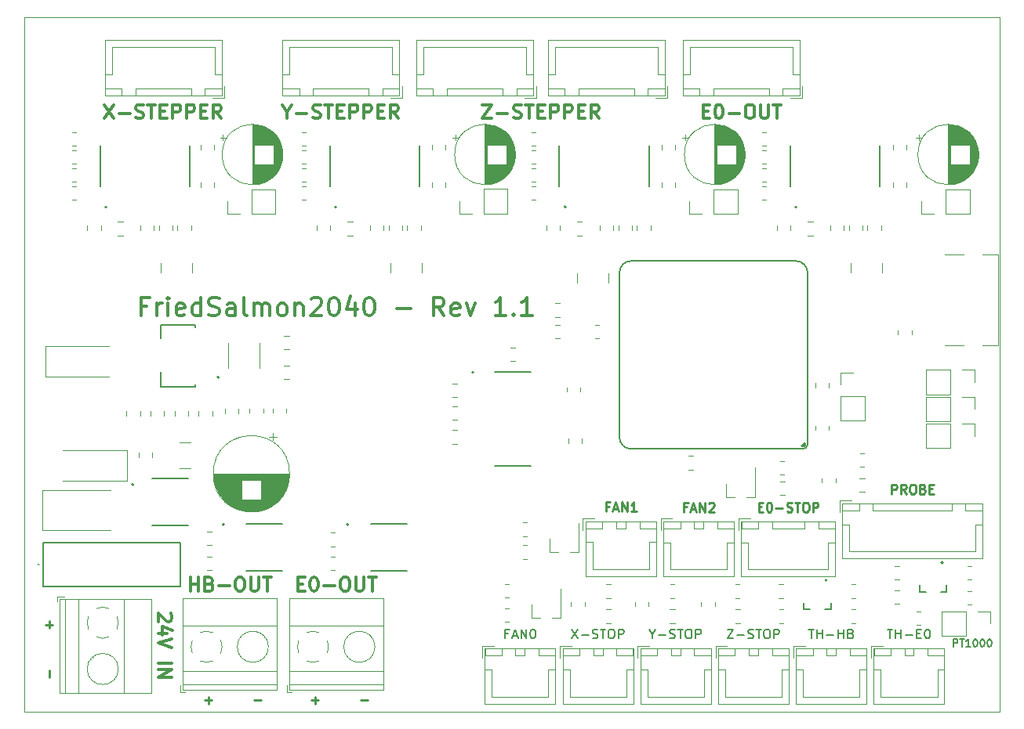
<source format=gbr>
%TF.GenerationSoftware,KiCad,Pcbnew,(6.0.6)*%
%TF.CreationDate,2022-09-07T02:31:15-05:00*%
%TF.ProjectId,rp2040-board,72703230-3430-42d6-926f-6172642e6b69,rev?*%
%TF.SameCoordinates,Original*%
%TF.FileFunction,Legend,Top*%
%TF.FilePolarity,Positive*%
%FSLAX46Y46*%
G04 Gerber Fmt 4.6, Leading zero omitted, Abs format (unit mm)*
G04 Created by KiCad (PCBNEW (6.0.6)) date 2022-09-07 02:31:15*
%MOMM*%
%LPD*%
G01*
G04 APERTURE LIST*
%TA.AperFunction,Profile*%
%ADD10C,0.025400*%
%TD*%
%ADD11C,0.200000*%
%ADD12C,0.250000*%
%ADD13C,0.300000*%
%ADD14C,0.350000*%
%ADD15C,0.120000*%
%ADD16C,0.127000*%
%ADD17C,0.220000*%
%ADD18C,0.100000*%
G04 APERTURE END LIST*
D10*
X97650000Y-63005200D02*
X97650000Y-138100000D01*
X202952600Y-63000000D02*
X97650000Y-63005200D01*
X202952600Y-138094800D02*
X202952600Y-63000000D01*
X97650000Y-138100000D02*
X202952600Y-138094800D01*
D11*
X173538226Y-129197380D02*
X174204893Y-129197380D01*
X173538226Y-130197380D01*
X174204893Y-130197380D01*
X174585845Y-129816428D02*
X175347750Y-129816428D01*
X175776321Y-130149761D02*
X175919179Y-130197380D01*
X176157274Y-130197380D01*
X176252512Y-130149761D01*
X176300131Y-130102142D01*
X176347750Y-130006904D01*
X176347750Y-129911666D01*
X176300131Y-129816428D01*
X176252512Y-129768809D01*
X176157274Y-129721190D01*
X175966798Y-129673571D01*
X175871560Y-129625952D01*
X175823940Y-129578333D01*
X175776321Y-129483095D01*
X175776321Y-129387857D01*
X175823940Y-129292619D01*
X175871560Y-129245000D01*
X175966798Y-129197380D01*
X176204893Y-129197380D01*
X176347750Y-129245000D01*
X176633464Y-129197380D02*
X177204893Y-129197380D01*
X176919179Y-130197380D02*
X176919179Y-129197380D01*
X177728702Y-129197380D02*
X177919179Y-129197380D01*
X178014417Y-129245000D01*
X178109655Y-129340238D01*
X178157274Y-129530714D01*
X178157274Y-129864047D01*
X178109655Y-130054523D01*
X178014417Y-130149761D01*
X177919179Y-130197380D01*
X177728702Y-130197380D01*
X177633464Y-130149761D01*
X177538226Y-130054523D01*
X177490607Y-129864047D01*
X177490607Y-129530714D01*
X177538226Y-129340238D01*
X177633464Y-129245000D01*
X177728702Y-129197380D01*
X178585845Y-130197380D02*
X178585845Y-129197380D01*
X178966798Y-129197380D01*
X179062036Y-129245000D01*
X179109655Y-129292619D01*
X179157274Y-129387857D01*
X179157274Y-129530714D01*
X179109655Y-129625952D01*
X179062036Y-129673571D01*
X178966798Y-129721190D01*
X178585845Y-129721190D01*
D12*
X128638333Y-136871428D02*
X129400238Y-136871428D01*
X129019285Y-137252380D02*
X129019285Y-136490476D01*
X133924047Y-136871428D02*
X134685952Y-136871428D01*
X169166885Y-115978571D02*
X168833552Y-115978571D01*
X168833552Y-116502380D02*
X168833552Y-115502380D01*
X169309742Y-115502380D01*
X169643076Y-116216666D02*
X170119266Y-116216666D01*
X169547838Y-116502380D02*
X169881171Y-115502380D01*
X170214504Y-116502380D01*
X170547838Y-116502380D02*
X170547838Y-115502380D01*
X171119266Y-116502380D01*
X171119266Y-115502380D01*
X171547838Y-115597619D02*
X171595457Y-115550000D01*
X171690695Y-115502380D01*
X171928790Y-115502380D01*
X172024028Y-115550000D01*
X172071647Y-115597619D01*
X172119266Y-115692857D01*
X172119266Y-115788095D01*
X172071647Y-115930952D01*
X171500219Y-116502380D01*
X172119266Y-116502380D01*
D13*
X113428571Y-127500000D02*
X113500000Y-127571428D01*
X113571428Y-127714285D01*
X113571428Y-128071428D01*
X113500000Y-128214285D01*
X113428571Y-128285714D01*
X113285714Y-128357142D01*
X113142857Y-128357142D01*
X112928571Y-128285714D01*
X112071428Y-127428571D01*
X112071428Y-128357142D01*
X113071428Y-129642857D02*
X112071428Y-129642857D01*
X113642857Y-129285714D02*
X112571428Y-128928571D01*
X112571428Y-129857142D01*
X113571428Y-130214285D02*
X112071428Y-130714285D01*
X113571428Y-131214285D01*
X112071428Y-132857142D02*
X113571428Y-132857142D01*
X112071428Y-133571428D02*
X113571428Y-133571428D01*
X112071428Y-134428571D01*
X113571428Y-134428571D01*
D11*
X149884285Y-129673571D02*
X149550952Y-129673571D01*
X149550952Y-130197380D02*
X149550952Y-129197380D01*
X150027142Y-129197380D01*
X150360476Y-129911666D02*
X150836666Y-129911666D01*
X150265238Y-130197380D02*
X150598571Y-129197380D01*
X150931904Y-130197380D01*
X151265238Y-130197380D02*
X151265238Y-129197380D01*
X151836666Y-130197380D01*
X151836666Y-129197380D01*
X152503333Y-129197380D02*
X152598571Y-129197380D01*
X152693809Y-129245000D01*
X152741428Y-129292619D01*
X152789047Y-129387857D01*
X152836666Y-129578333D01*
X152836666Y-129816428D01*
X152789047Y-130006904D01*
X152741428Y-130102142D01*
X152693809Y-130149761D01*
X152598571Y-130197380D01*
X152503333Y-130197380D01*
X152408095Y-130149761D01*
X152360476Y-130102142D01*
X152312857Y-130006904D01*
X152265238Y-129816428D01*
X152265238Y-129578333D01*
X152312857Y-129387857D01*
X152360476Y-129292619D01*
X152408095Y-129245000D01*
X152503333Y-129197380D01*
X190815457Y-129197380D02*
X191386885Y-129197380D01*
X191101171Y-130197380D02*
X191101171Y-129197380D01*
X191720219Y-130197380D02*
X191720219Y-129197380D01*
X191720219Y-129673571D02*
X192291647Y-129673571D01*
X192291647Y-130197380D02*
X192291647Y-129197380D01*
X192767838Y-129816428D02*
X193529742Y-129816428D01*
X194005933Y-129673571D02*
X194339266Y-129673571D01*
X194482123Y-130197380D02*
X194005933Y-130197380D01*
X194005933Y-129197380D01*
X194482123Y-129197380D01*
X195101171Y-129197380D02*
X195196409Y-129197380D01*
X195291647Y-129245000D01*
X195339266Y-129292619D01*
X195386885Y-129387857D01*
X195434504Y-129578333D01*
X195434504Y-129816428D01*
X195386885Y-130006904D01*
X195339266Y-130102142D01*
X195291647Y-130149761D01*
X195196409Y-130197380D01*
X195101171Y-130197380D01*
X195005933Y-130149761D01*
X194958314Y-130102142D01*
X194910695Y-130006904D01*
X194863076Y-129816428D01*
X194863076Y-129578333D01*
X194910695Y-129387857D01*
X194958314Y-129292619D01*
X195005933Y-129245000D01*
X195101171Y-129197380D01*
D12*
X117138333Y-136871428D02*
X117900238Y-136871428D01*
X117519285Y-137252380D02*
X117519285Y-136490476D01*
X122424047Y-136871428D02*
X123185952Y-136871428D01*
D11*
X197961904Y-131061904D02*
X197961904Y-130261904D01*
X198266666Y-130261904D01*
X198342857Y-130300000D01*
X198380952Y-130338095D01*
X198419047Y-130414285D01*
X198419047Y-130528571D01*
X198380952Y-130604761D01*
X198342857Y-130642857D01*
X198266666Y-130680952D01*
X197961904Y-130680952D01*
X198647619Y-130261904D02*
X199104761Y-130261904D01*
X198876190Y-131061904D02*
X198876190Y-130261904D01*
X199790476Y-131061904D02*
X199333333Y-131061904D01*
X199561904Y-131061904D02*
X199561904Y-130261904D01*
X199485714Y-130376190D01*
X199409523Y-130452380D01*
X199333333Y-130490476D01*
X200285714Y-130261904D02*
X200361904Y-130261904D01*
X200438095Y-130300000D01*
X200476190Y-130338095D01*
X200514285Y-130414285D01*
X200552380Y-130566666D01*
X200552380Y-130757142D01*
X200514285Y-130909523D01*
X200476190Y-130985714D01*
X200438095Y-131023809D01*
X200361904Y-131061904D01*
X200285714Y-131061904D01*
X200209523Y-131023809D01*
X200171428Y-130985714D01*
X200133333Y-130909523D01*
X200095238Y-130757142D01*
X200095238Y-130566666D01*
X200133333Y-130414285D01*
X200171428Y-130338095D01*
X200209523Y-130300000D01*
X200285714Y-130261904D01*
X201047619Y-130261904D02*
X201123809Y-130261904D01*
X201200000Y-130300000D01*
X201238095Y-130338095D01*
X201276190Y-130414285D01*
X201314285Y-130566666D01*
X201314285Y-130757142D01*
X201276190Y-130909523D01*
X201238095Y-130985714D01*
X201200000Y-131023809D01*
X201123809Y-131061904D01*
X201047619Y-131061904D01*
X200971428Y-131023809D01*
X200933333Y-130985714D01*
X200895238Y-130909523D01*
X200857142Y-130757142D01*
X200857142Y-130566666D01*
X200895238Y-130414285D01*
X200933333Y-130338095D01*
X200971428Y-130300000D01*
X201047619Y-130261904D01*
X201809523Y-130261904D02*
X201885714Y-130261904D01*
X201961904Y-130300000D01*
X202000000Y-130338095D01*
X202038095Y-130414285D01*
X202076190Y-130566666D01*
X202076190Y-130757142D01*
X202038095Y-130909523D01*
X202000000Y-130985714D01*
X201961904Y-131023809D01*
X201885714Y-131061904D01*
X201809523Y-131061904D01*
X201733333Y-131023809D01*
X201695238Y-130985714D01*
X201657142Y-130909523D01*
X201619047Y-130757142D01*
X201619047Y-130566666D01*
X201657142Y-130414285D01*
X201695238Y-130338095D01*
X201733333Y-130300000D01*
X201809523Y-130261904D01*
X165471040Y-129721190D02*
X165471040Y-130197380D01*
X165137706Y-129197380D02*
X165471040Y-129721190D01*
X165804373Y-129197380D01*
X166137706Y-129816428D02*
X166899611Y-129816428D01*
X167328182Y-130149761D02*
X167471040Y-130197380D01*
X167709135Y-130197380D01*
X167804373Y-130149761D01*
X167851992Y-130102142D01*
X167899611Y-130006904D01*
X167899611Y-129911666D01*
X167851992Y-129816428D01*
X167804373Y-129768809D01*
X167709135Y-129721190D01*
X167518659Y-129673571D01*
X167423420Y-129625952D01*
X167375801Y-129578333D01*
X167328182Y-129483095D01*
X167328182Y-129387857D01*
X167375801Y-129292619D01*
X167423420Y-129245000D01*
X167518659Y-129197380D01*
X167756754Y-129197380D01*
X167899611Y-129245000D01*
X168185325Y-129197380D02*
X168756754Y-129197380D01*
X168471040Y-130197380D02*
X168471040Y-129197380D01*
X169280563Y-129197380D02*
X169471040Y-129197380D01*
X169566278Y-129245000D01*
X169661516Y-129340238D01*
X169709135Y-129530714D01*
X169709135Y-129864047D01*
X169661516Y-130054523D01*
X169566278Y-130149761D01*
X169471040Y-130197380D01*
X169280563Y-130197380D01*
X169185325Y-130149761D01*
X169090087Y-130054523D01*
X169042468Y-129864047D01*
X169042468Y-129530714D01*
X169090087Y-129340238D01*
X169185325Y-129245000D01*
X169280563Y-129197380D01*
X170137706Y-130197380D02*
X170137706Y-129197380D01*
X170518659Y-129197380D01*
X170613897Y-129245000D01*
X170661516Y-129292619D01*
X170709135Y-129387857D01*
X170709135Y-129530714D01*
X170661516Y-129625952D01*
X170613897Y-129673571D01*
X170518659Y-129721190D01*
X170137706Y-129721190D01*
D13*
X115555000Y-125078571D02*
X115555000Y-123578571D01*
X115555000Y-124292857D02*
X116412142Y-124292857D01*
X116412142Y-125078571D02*
X116412142Y-123578571D01*
X117626428Y-124292857D02*
X117840714Y-124364285D01*
X117912142Y-124435714D01*
X117983571Y-124578571D01*
X117983571Y-124792857D01*
X117912142Y-124935714D01*
X117840714Y-125007142D01*
X117697857Y-125078571D01*
X117126428Y-125078571D01*
X117126428Y-123578571D01*
X117626428Y-123578571D01*
X117769285Y-123650000D01*
X117840714Y-123721428D01*
X117912142Y-123864285D01*
X117912142Y-124007142D01*
X117840714Y-124150000D01*
X117769285Y-124221428D01*
X117626428Y-124292857D01*
X117126428Y-124292857D01*
X118626428Y-124507142D02*
X119769285Y-124507142D01*
X120769285Y-123578571D02*
X121055000Y-123578571D01*
X121197857Y-123650000D01*
X121340714Y-123792857D01*
X121412142Y-124078571D01*
X121412142Y-124578571D01*
X121340714Y-124864285D01*
X121197857Y-125007142D01*
X121055000Y-125078571D01*
X120769285Y-125078571D01*
X120626428Y-125007142D01*
X120483571Y-124864285D01*
X120412142Y-124578571D01*
X120412142Y-124078571D01*
X120483571Y-123792857D01*
X120626428Y-123650000D01*
X120769285Y-123578571D01*
X122055000Y-123578571D02*
X122055000Y-124792857D01*
X122126428Y-124935714D01*
X122197857Y-125007142D01*
X122340714Y-125078571D01*
X122626428Y-125078571D01*
X122769285Y-125007142D01*
X122840714Y-124935714D01*
X122912142Y-124792857D01*
X122912142Y-123578571D01*
X123412142Y-123578571D02*
X124269285Y-123578571D01*
X123840714Y-125078571D02*
X123840714Y-123578571D01*
X147103571Y-72473571D02*
X148103571Y-72473571D01*
X147103571Y-73973571D01*
X148103571Y-73973571D01*
X148675000Y-73402142D02*
X149817857Y-73402142D01*
X150460714Y-73902142D02*
X150675000Y-73973571D01*
X151032142Y-73973571D01*
X151175000Y-73902142D01*
X151246428Y-73830714D01*
X151317857Y-73687857D01*
X151317857Y-73545000D01*
X151246428Y-73402142D01*
X151175000Y-73330714D01*
X151032142Y-73259285D01*
X150746428Y-73187857D01*
X150603571Y-73116428D01*
X150532142Y-73045000D01*
X150460714Y-72902142D01*
X150460714Y-72759285D01*
X150532142Y-72616428D01*
X150603571Y-72545000D01*
X150746428Y-72473571D01*
X151103571Y-72473571D01*
X151317857Y-72545000D01*
X151746428Y-72473571D02*
X152603571Y-72473571D01*
X152175000Y-73973571D02*
X152175000Y-72473571D01*
X153103571Y-73187857D02*
X153603571Y-73187857D01*
X153817857Y-73973571D02*
X153103571Y-73973571D01*
X153103571Y-72473571D01*
X153817857Y-72473571D01*
X154460714Y-73973571D02*
X154460714Y-72473571D01*
X155032142Y-72473571D01*
X155175000Y-72545000D01*
X155246428Y-72616428D01*
X155317857Y-72759285D01*
X155317857Y-72973571D01*
X155246428Y-73116428D01*
X155175000Y-73187857D01*
X155032142Y-73259285D01*
X154460714Y-73259285D01*
X155960714Y-73973571D02*
X155960714Y-72473571D01*
X156532142Y-72473571D01*
X156675000Y-72545000D01*
X156746428Y-72616428D01*
X156817857Y-72759285D01*
X156817857Y-72973571D01*
X156746428Y-73116428D01*
X156675000Y-73187857D01*
X156532142Y-73259285D01*
X155960714Y-73259285D01*
X157460714Y-73187857D02*
X157960714Y-73187857D01*
X158175000Y-73973571D02*
X157460714Y-73973571D01*
X157460714Y-72473571D01*
X158175000Y-72473571D01*
X159675000Y-73973571D02*
X159175000Y-73259285D01*
X158817857Y-73973571D02*
X158817857Y-72473571D01*
X159389285Y-72473571D01*
X159532142Y-72545000D01*
X159603571Y-72616428D01*
X159675000Y-72759285D01*
X159675000Y-72973571D01*
X159603571Y-73116428D01*
X159532142Y-73187857D01*
X159389285Y-73259285D01*
X158817857Y-73259285D01*
D11*
X156737186Y-129197380D02*
X157403853Y-130197380D01*
X157403853Y-129197380D02*
X156737186Y-130197380D01*
X157784805Y-129816428D02*
X158546710Y-129816428D01*
X158975281Y-130149761D02*
X159118139Y-130197380D01*
X159356234Y-130197380D01*
X159451472Y-130149761D01*
X159499091Y-130102142D01*
X159546710Y-130006904D01*
X159546710Y-129911666D01*
X159499091Y-129816428D01*
X159451472Y-129768809D01*
X159356234Y-129721190D01*
X159165758Y-129673571D01*
X159070520Y-129625952D01*
X159022900Y-129578333D01*
X158975281Y-129483095D01*
X158975281Y-129387857D01*
X159022900Y-129292619D01*
X159070520Y-129245000D01*
X159165758Y-129197380D01*
X159403853Y-129197380D01*
X159546710Y-129245000D01*
X159832424Y-129197380D02*
X160403853Y-129197380D01*
X160118139Y-130197380D02*
X160118139Y-129197380D01*
X160927662Y-129197380D02*
X161118139Y-129197380D01*
X161213377Y-129245000D01*
X161308615Y-129340238D01*
X161356234Y-129530714D01*
X161356234Y-129864047D01*
X161308615Y-130054523D01*
X161213377Y-130149761D01*
X161118139Y-130197380D01*
X160927662Y-130197380D01*
X160832424Y-130149761D01*
X160737186Y-130054523D01*
X160689567Y-129864047D01*
X160689567Y-129530714D01*
X160737186Y-129340238D01*
X160832424Y-129245000D01*
X160927662Y-129197380D01*
X161784805Y-130197380D02*
X161784805Y-129197380D01*
X162165758Y-129197380D01*
X162260996Y-129245000D01*
X162308615Y-129292619D01*
X162356234Y-129387857D01*
X162356234Y-129530714D01*
X162308615Y-129625952D01*
X162260996Y-129673571D01*
X162165758Y-129721190D01*
X161784805Y-129721190D01*
D13*
X126003571Y-73259285D02*
X126003571Y-73973571D01*
X125503571Y-72473571D02*
X126003571Y-73259285D01*
X126503571Y-72473571D01*
X127003571Y-73402142D02*
X128146428Y-73402142D01*
X128789285Y-73902142D02*
X129003571Y-73973571D01*
X129360714Y-73973571D01*
X129503571Y-73902142D01*
X129575000Y-73830714D01*
X129646428Y-73687857D01*
X129646428Y-73545000D01*
X129575000Y-73402142D01*
X129503571Y-73330714D01*
X129360714Y-73259285D01*
X129075000Y-73187857D01*
X128932142Y-73116428D01*
X128860714Y-73045000D01*
X128789285Y-72902142D01*
X128789285Y-72759285D01*
X128860714Y-72616428D01*
X128932142Y-72545000D01*
X129075000Y-72473571D01*
X129432142Y-72473571D01*
X129646428Y-72545000D01*
X130075000Y-72473571D02*
X130932142Y-72473571D01*
X130503571Y-73973571D02*
X130503571Y-72473571D01*
X131432142Y-73187857D02*
X131932142Y-73187857D01*
X132146428Y-73973571D02*
X131432142Y-73973571D01*
X131432142Y-72473571D01*
X132146428Y-72473571D01*
X132789285Y-73973571D02*
X132789285Y-72473571D01*
X133360714Y-72473571D01*
X133503571Y-72545000D01*
X133575000Y-72616428D01*
X133646428Y-72759285D01*
X133646428Y-72973571D01*
X133575000Y-73116428D01*
X133503571Y-73187857D01*
X133360714Y-73259285D01*
X132789285Y-73259285D01*
X134289285Y-73973571D02*
X134289285Y-72473571D01*
X134860714Y-72473571D01*
X135003571Y-72545000D01*
X135075000Y-72616428D01*
X135146428Y-72759285D01*
X135146428Y-72973571D01*
X135075000Y-73116428D01*
X135003571Y-73187857D01*
X134860714Y-73259285D01*
X134289285Y-73259285D01*
X135789285Y-73187857D02*
X136289285Y-73187857D01*
X136503571Y-73973571D02*
X135789285Y-73973571D01*
X135789285Y-72473571D01*
X136503571Y-72473571D01*
X138003571Y-73973571D02*
X137503571Y-73259285D01*
X137146428Y-73973571D02*
X137146428Y-72473571D01*
X137717857Y-72473571D01*
X137860714Y-72545000D01*
X137932142Y-72616428D01*
X138003571Y-72759285D01*
X138003571Y-72973571D01*
X137932142Y-73116428D01*
X137860714Y-73187857D01*
X137717857Y-73259285D01*
X137146428Y-73259285D01*
X106303571Y-72473571D02*
X107303571Y-73973571D01*
X107303571Y-72473571D02*
X106303571Y-73973571D01*
X107875000Y-73402142D02*
X109017857Y-73402142D01*
X109660714Y-73902142D02*
X109875000Y-73973571D01*
X110232142Y-73973571D01*
X110375000Y-73902142D01*
X110446428Y-73830714D01*
X110517857Y-73687857D01*
X110517857Y-73545000D01*
X110446428Y-73402142D01*
X110375000Y-73330714D01*
X110232142Y-73259285D01*
X109946428Y-73187857D01*
X109803571Y-73116428D01*
X109732142Y-73045000D01*
X109660714Y-72902142D01*
X109660714Y-72759285D01*
X109732142Y-72616428D01*
X109803571Y-72545000D01*
X109946428Y-72473571D01*
X110303571Y-72473571D01*
X110517857Y-72545000D01*
X110946428Y-72473571D02*
X111803571Y-72473571D01*
X111375000Y-73973571D02*
X111375000Y-72473571D01*
X112303571Y-73187857D02*
X112803571Y-73187857D01*
X113017857Y-73973571D02*
X112303571Y-73973571D01*
X112303571Y-72473571D01*
X113017857Y-72473571D01*
X113660714Y-73973571D02*
X113660714Y-72473571D01*
X114232142Y-72473571D01*
X114375000Y-72545000D01*
X114446428Y-72616428D01*
X114517857Y-72759285D01*
X114517857Y-72973571D01*
X114446428Y-73116428D01*
X114375000Y-73187857D01*
X114232142Y-73259285D01*
X113660714Y-73259285D01*
X115160714Y-73973571D02*
X115160714Y-72473571D01*
X115732142Y-72473571D01*
X115875000Y-72545000D01*
X115946428Y-72616428D01*
X116017857Y-72759285D01*
X116017857Y-72973571D01*
X115946428Y-73116428D01*
X115875000Y-73187857D01*
X115732142Y-73259285D01*
X115160714Y-73259285D01*
X116660714Y-73187857D02*
X117160714Y-73187857D01*
X117375000Y-73973571D02*
X116660714Y-73973571D01*
X116660714Y-72473571D01*
X117375000Y-72473571D01*
X118875000Y-73973571D02*
X118375000Y-73259285D01*
X118017857Y-73973571D02*
X118017857Y-72473571D01*
X118589285Y-72473571D01*
X118732142Y-72545000D01*
X118803571Y-72616428D01*
X118875000Y-72759285D01*
X118875000Y-72973571D01*
X118803571Y-73116428D01*
X118732142Y-73187857D01*
X118589285Y-73259285D01*
X118017857Y-73259285D01*
D12*
X100328571Y-128333333D02*
X100328571Y-129095238D01*
X99947619Y-128714285D02*
X100709523Y-128714285D01*
X100328571Y-133619047D02*
X100328571Y-134380952D01*
D11*
X182319699Y-129197380D02*
X182891127Y-129197380D01*
X182605413Y-130197380D02*
X182605413Y-129197380D01*
X183224460Y-130197380D02*
X183224460Y-129197380D01*
X183224460Y-129673571D02*
X183795889Y-129673571D01*
X183795889Y-130197380D02*
X183795889Y-129197380D01*
X184272080Y-129816428D02*
X185033984Y-129816428D01*
X185510175Y-130197380D02*
X185510175Y-129197380D01*
X185510175Y-129673571D02*
X186081603Y-129673571D01*
X186081603Y-130197380D02*
X186081603Y-129197380D01*
X186891127Y-129673571D02*
X187033984Y-129721190D01*
X187081603Y-129768809D01*
X187129222Y-129864047D01*
X187129222Y-130006904D01*
X187081603Y-130102142D01*
X187033984Y-130149761D01*
X186938746Y-130197380D01*
X186557794Y-130197380D01*
X186557794Y-129197380D01*
X186891127Y-129197380D01*
X186986365Y-129245000D01*
X187033984Y-129292619D01*
X187081603Y-129387857D01*
X187081603Y-129483095D01*
X187033984Y-129578333D01*
X186986365Y-129625952D01*
X186891127Y-129673571D01*
X186557794Y-129673571D01*
D12*
X160764285Y-115948571D02*
X160430952Y-115948571D01*
X160430952Y-116472380D02*
X160430952Y-115472380D01*
X160907142Y-115472380D01*
X161240476Y-116186666D02*
X161716666Y-116186666D01*
X161145238Y-116472380D02*
X161478571Y-115472380D01*
X161811904Y-116472380D01*
X162145238Y-116472380D02*
X162145238Y-115472380D01*
X162716666Y-116472380D01*
X162716666Y-115472380D01*
X163716666Y-116472380D02*
X163145238Y-116472380D01*
X163430952Y-116472380D02*
X163430952Y-115472380D01*
X163335714Y-115615238D01*
X163240476Y-115710476D01*
X163145238Y-115758095D01*
X176922123Y-115978571D02*
X177255457Y-115978571D01*
X177398314Y-116502380D02*
X176922123Y-116502380D01*
X176922123Y-115502380D01*
X177398314Y-115502380D01*
X178017361Y-115502380D02*
X178112600Y-115502380D01*
X178207838Y-115550000D01*
X178255457Y-115597619D01*
X178303076Y-115692857D01*
X178350695Y-115883333D01*
X178350695Y-116121428D01*
X178303076Y-116311904D01*
X178255457Y-116407142D01*
X178207838Y-116454761D01*
X178112600Y-116502380D01*
X178017361Y-116502380D01*
X177922123Y-116454761D01*
X177874504Y-116407142D01*
X177826885Y-116311904D01*
X177779266Y-116121428D01*
X177779266Y-115883333D01*
X177826885Y-115692857D01*
X177874504Y-115597619D01*
X177922123Y-115550000D01*
X178017361Y-115502380D01*
X178779266Y-116121428D02*
X179541171Y-116121428D01*
X179969742Y-116454761D02*
X180112600Y-116502380D01*
X180350695Y-116502380D01*
X180445933Y-116454761D01*
X180493552Y-116407142D01*
X180541171Y-116311904D01*
X180541171Y-116216666D01*
X180493552Y-116121428D01*
X180445933Y-116073809D01*
X180350695Y-116026190D01*
X180160219Y-115978571D01*
X180064980Y-115930952D01*
X180017361Y-115883333D01*
X179969742Y-115788095D01*
X179969742Y-115692857D01*
X180017361Y-115597619D01*
X180064980Y-115550000D01*
X180160219Y-115502380D01*
X180398314Y-115502380D01*
X180541171Y-115550000D01*
X180826885Y-115502380D02*
X181398314Y-115502380D01*
X181112600Y-116502380D02*
X181112600Y-115502380D01*
X181922123Y-115502380D02*
X182112600Y-115502380D01*
X182207838Y-115550000D01*
X182303076Y-115645238D01*
X182350695Y-115835714D01*
X182350695Y-116169047D01*
X182303076Y-116359523D01*
X182207838Y-116454761D01*
X182112600Y-116502380D01*
X181922123Y-116502380D01*
X181826885Y-116454761D01*
X181731647Y-116359523D01*
X181684028Y-116169047D01*
X181684028Y-115835714D01*
X181731647Y-115645238D01*
X181826885Y-115550000D01*
X181922123Y-115502380D01*
X182779266Y-116502380D02*
X182779266Y-115502380D01*
X183160219Y-115502380D01*
X183255457Y-115550000D01*
X183303076Y-115597619D01*
X183350695Y-115692857D01*
X183350695Y-115835714D01*
X183303076Y-115930952D01*
X183255457Y-115978571D01*
X183160219Y-116026190D01*
X182779266Y-116026190D01*
D13*
X127197857Y-124292857D02*
X127697857Y-124292857D01*
X127912142Y-125078571D02*
X127197857Y-125078571D01*
X127197857Y-123578571D01*
X127912142Y-123578571D01*
X128840714Y-123578571D02*
X128983571Y-123578571D01*
X129126428Y-123650000D01*
X129197857Y-123721428D01*
X129269285Y-123864285D01*
X129340714Y-124150000D01*
X129340714Y-124507142D01*
X129269285Y-124792857D01*
X129197857Y-124935714D01*
X129126428Y-125007142D01*
X128983571Y-125078571D01*
X128840714Y-125078571D01*
X128697857Y-125007142D01*
X128626428Y-124935714D01*
X128555000Y-124792857D01*
X128483571Y-124507142D01*
X128483571Y-124150000D01*
X128555000Y-123864285D01*
X128626428Y-123721428D01*
X128697857Y-123650000D01*
X128840714Y-123578571D01*
X129983571Y-124507142D02*
X131126428Y-124507142D01*
X132126428Y-123578571D02*
X132412142Y-123578571D01*
X132555000Y-123650000D01*
X132697857Y-123792857D01*
X132769285Y-124078571D01*
X132769285Y-124578571D01*
X132697857Y-124864285D01*
X132555000Y-125007142D01*
X132412142Y-125078571D01*
X132126428Y-125078571D01*
X131983571Y-125007142D01*
X131840714Y-124864285D01*
X131769285Y-124578571D01*
X131769285Y-124078571D01*
X131840714Y-123792857D01*
X131983571Y-123650000D01*
X132126428Y-123578571D01*
X133412142Y-123578571D02*
X133412142Y-124792857D01*
X133483571Y-124935714D01*
X133555000Y-125007142D01*
X133697857Y-125078571D01*
X133983571Y-125078571D01*
X134126428Y-125007142D01*
X134197857Y-124935714D01*
X134269285Y-124792857D01*
X134269285Y-123578571D01*
X134769285Y-123578571D02*
X135626428Y-123578571D01*
X135197857Y-125078571D02*
X135197857Y-123578571D01*
X170917857Y-73187857D02*
X171417857Y-73187857D01*
X171632142Y-73973571D02*
X170917857Y-73973571D01*
X170917857Y-72473571D01*
X171632142Y-72473571D01*
X172560714Y-72473571D02*
X172703571Y-72473571D01*
X172846428Y-72545000D01*
X172917857Y-72616428D01*
X172989285Y-72759285D01*
X173060714Y-73045000D01*
X173060714Y-73402142D01*
X172989285Y-73687857D01*
X172917857Y-73830714D01*
X172846428Y-73902142D01*
X172703571Y-73973571D01*
X172560714Y-73973571D01*
X172417857Y-73902142D01*
X172346428Y-73830714D01*
X172275000Y-73687857D01*
X172203571Y-73402142D01*
X172203571Y-73045000D01*
X172275000Y-72759285D01*
X172346428Y-72616428D01*
X172417857Y-72545000D01*
X172560714Y-72473571D01*
X173703571Y-73402142D02*
X174846428Y-73402142D01*
X175846428Y-72473571D02*
X176132142Y-72473571D01*
X176275000Y-72545000D01*
X176417857Y-72687857D01*
X176489285Y-72973571D01*
X176489285Y-73473571D01*
X176417857Y-73759285D01*
X176275000Y-73902142D01*
X176132142Y-73973571D01*
X175846428Y-73973571D01*
X175703571Y-73902142D01*
X175560714Y-73759285D01*
X175489285Y-73473571D01*
X175489285Y-72973571D01*
X175560714Y-72687857D01*
X175703571Y-72545000D01*
X175846428Y-72473571D01*
X177132142Y-72473571D02*
X177132142Y-73687857D01*
X177203571Y-73830714D01*
X177275000Y-73902142D01*
X177417857Y-73973571D01*
X177703571Y-73973571D01*
X177846428Y-73902142D01*
X177917857Y-73830714D01*
X177989285Y-73687857D01*
X177989285Y-72473571D01*
X178489285Y-72473571D02*
X179346428Y-72473571D01*
X178917857Y-73973571D02*
X178917857Y-72473571D01*
D14*
X110871428Y-94257142D02*
X110204761Y-94257142D01*
X110204761Y-95304761D02*
X110204761Y-93304761D01*
X111157142Y-93304761D01*
X111919047Y-95304761D02*
X111919047Y-93971428D01*
X111919047Y-94352380D02*
X112014285Y-94161904D01*
X112109523Y-94066666D01*
X112300000Y-93971428D01*
X112490476Y-93971428D01*
X113157142Y-95304761D02*
X113157142Y-93971428D01*
X113157142Y-93304761D02*
X113061904Y-93400000D01*
X113157142Y-93495238D01*
X113252380Y-93400000D01*
X113157142Y-93304761D01*
X113157142Y-93495238D01*
X114871428Y-95209523D02*
X114680952Y-95304761D01*
X114300000Y-95304761D01*
X114109523Y-95209523D01*
X114014285Y-95019047D01*
X114014285Y-94257142D01*
X114109523Y-94066666D01*
X114300000Y-93971428D01*
X114680952Y-93971428D01*
X114871428Y-94066666D01*
X114966666Y-94257142D01*
X114966666Y-94447619D01*
X114014285Y-94638095D01*
X116680952Y-95304761D02*
X116680952Y-93304761D01*
X116680952Y-95209523D02*
X116490476Y-95304761D01*
X116109523Y-95304761D01*
X115919047Y-95209523D01*
X115823809Y-95114285D01*
X115728571Y-94923809D01*
X115728571Y-94352380D01*
X115823809Y-94161904D01*
X115919047Y-94066666D01*
X116109523Y-93971428D01*
X116490476Y-93971428D01*
X116680952Y-94066666D01*
X117538095Y-95209523D02*
X117823809Y-95304761D01*
X118300000Y-95304761D01*
X118490476Y-95209523D01*
X118585714Y-95114285D01*
X118680952Y-94923809D01*
X118680952Y-94733333D01*
X118585714Y-94542857D01*
X118490476Y-94447619D01*
X118300000Y-94352380D01*
X117919047Y-94257142D01*
X117728571Y-94161904D01*
X117633333Y-94066666D01*
X117538095Y-93876190D01*
X117538095Y-93685714D01*
X117633333Y-93495238D01*
X117728571Y-93400000D01*
X117919047Y-93304761D01*
X118395238Y-93304761D01*
X118680952Y-93400000D01*
X120395238Y-95304761D02*
X120395238Y-94257142D01*
X120300000Y-94066666D01*
X120109523Y-93971428D01*
X119728571Y-93971428D01*
X119538095Y-94066666D01*
X120395238Y-95209523D02*
X120204761Y-95304761D01*
X119728571Y-95304761D01*
X119538095Y-95209523D01*
X119442857Y-95019047D01*
X119442857Y-94828571D01*
X119538095Y-94638095D01*
X119728571Y-94542857D01*
X120204761Y-94542857D01*
X120395238Y-94447619D01*
X121633333Y-95304761D02*
X121442857Y-95209523D01*
X121347619Y-95019047D01*
X121347619Y-93304761D01*
X122395238Y-95304761D02*
X122395238Y-93971428D01*
X122395238Y-94161904D02*
X122490476Y-94066666D01*
X122680952Y-93971428D01*
X122966666Y-93971428D01*
X123157142Y-94066666D01*
X123252380Y-94257142D01*
X123252380Y-95304761D01*
X123252380Y-94257142D02*
X123347619Y-94066666D01*
X123538095Y-93971428D01*
X123823809Y-93971428D01*
X124014285Y-94066666D01*
X124109523Y-94257142D01*
X124109523Y-95304761D01*
X125347619Y-95304761D02*
X125157142Y-95209523D01*
X125061904Y-95114285D01*
X124966666Y-94923809D01*
X124966666Y-94352380D01*
X125061904Y-94161904D01*
X125157142Y-94066666D01*
X125347619Y-93971428D01*
X125633333Y-93971428D01*
X125823809Y-94066666D01*
X125919047Y-94161904D01*
X126014285Y-94352380D01*
X126014285Y-94923809D01*
X125919047Y-95114285D01*
X125823809Y-95209523D01*
X125633333Y-95304761D01*
X125347619Y-95304761D01*
X126871428Y-93971428D02*
X126871428Y-95304761D01*
X126871428Y-94161904D02*
X126966666Y-94066666D01*
X127157142Y-93971428D01*
X127442857Y-93971428D01*
X127633333Y-94066666D01*
X127728571Y-94257142D01*
X127728571Y-95304761D01*
X128585714Y-93495238D02*
X128680952Y-93400000D01*
X128871428Y-93304761D01*
X129347619Y-93304761D01*
X129538095Y-93400000D01*
X129633333Y-93495238D01*
X129728571Y-93685714D01*
X129728571Y-93876190D01*
X129633333Y-94161904D01*
X128490476Y-95304761D01*
X129728571Y-95304761D01*
X130966666Y-93304761D02*
X131157142Y-93304761D01*
X131347619Y-93400000D01*
X131442857Y-93495238D01*
X131538095Y-93685714D01*
X131633333Y-94066666D01*
X131633333Y-94542857D01*
X131538095Y-94923809D01*
X131442857Y-95114285D01*
X131347619Y-95209523D01*
X131157142Y-95304761D01*
X130966666Y-95304761D01*
X130776190Y-95209523D01*
X130680952Y-95114285D01*
X130585714Y-94923809D01*
X130490476Y-94542857D01*
X130490476Y-94066666D01*
X130585714Y-93685714D01*
X130680952Y-93495238D01*
X130776190Y-93400000D01*
X130966666Y-93304761D01*
X133347619Y-93971428D02*
X133347619Y-95304761D01*
X132871428Y-93209523D02*
X132395238Y-94638095D01*
X133633333Y-94638095D01*
X134776190Y-93304761D02*
X134966666Y-93304761D01*
X135157142Y-93400000D01*
X135252380Y-93495238D01*
X135347619Y-93685714D01*
X135442857Y-94066666D01*
X135442857Y-94542857D01*
X135347619Y-94923809D01*
X135252380Y-95114285D01*
X135157142Y-95209523D01*
X134966666Y-95304761D01*
X134776190Y-95304761D01*
X134585714Y-95209523D01*
X134490476Y-95114285D01*
X134395238Y-94923809D01*
X134300000Y-94542857D01*
X134300000Y-94066666D01*
X134395238Y-93685714D01*
X134490476Y-93495238D01*
X134585714Y-93400000D01*
X134776190Y-93304761D01*
X137823809Y-94542857D02*
X139347619Y-94542857D01*
X142966666Y-95304761D02*
X142300000Y-94352380D01*
X141823809Y-95304761D02*
X141823809Y-93304761D01*
X142585714Y-93304761D01*
X142776190Y-93400000D01*
X142871428Y-93495238D01*
X142966666Y-93685714D01*
X142966666Y-93971428D01*
X142871428Y-94161904D01*
X142776190Y-94257142D01*
X142585714Y-94352380D01*
X141823809Y-94352380D01*
X144585714Y-95209523D02*
X144395238Y-95304761D01*
X144014285Y-95304761D01*
X143823809Y-95209523D01*
X143728571Y-95019047D01*
X143728571Y-94257142D01*
X143823809Y-94066666D01*
X144014285Y-93971428D01*
X144395238Y-93971428D01*
X144585714Y-94066666D01*
X144680952Y-94257142D01*
X144680952Y-94447619D01*
X143728571Y-94638095D01*
X145347619Y-93971428D02*
X145823809Y-95304761D01*
X146300000Y-93971428D01*
X149633333Y-95304761D02*
X148490476Y-95304761D01*
X149061904Y-95304761D02*
X149061904Y-93304761D01*
X148871428Y-93590476D01*
X148680952Y-93780952D01*
X148490476Y-93876190D01*
X150490476Y-95114285D02*
X150585714Y-95209523D01*
X150490476Y-95304761D01*
X150395238Y-95209523D01*
X150490476Y-95114285D01*
X150490476Y-95304761D01*
X152490476Y-95304761D02*
X151347619Y-95304761D01*
X151919047Y-95304761D02*
X151919047Y-93304761D01*
X151728571Y-93590476D01*
X151538095Y-93780952D01*
X151347619Y-93876190D01*
D12*
X191281904Y-114552380D02*
X191281904Y-113552380D01*
X191662857Y-113552380D01*
X191758095Y-113600000D01*
X191805714Y-113647619D01*
X191853333Y-113742857D01*
X191853333Y-113885714D01*
X191805714Y-113980952D01*
X191758095Y-114028571D01*
X191662857Y-114076190D01*
X191281904Y-114076190D01*
X192853333Y-114552380D02*
X192520000Y-114076190D01*
X192281904Y-114552380D02*
X192281904Y-113552380D01*
X192662857Y-113552380D01*
X192758095Y-113600000D01*
X192805714Y-113647619D01*
X192853333Y-113742857D01*
X192853333Y-113885714D01*
X192805714Y-113980952D01*
X192758095Y-114028571D01*
X192662857Y-114076190D01*
X192281904Y-114076190D01*
X193472380Y-113552380D02*
X193662857Y-113552380D01*
X193758095Y-113600000D01*
X193853333Y-113695238D01*
X193900952Y-113885714D01*
X193900952Y-114219047D01*
X193853333Y-114409523D01*
X193758095Y-114504761D01*
X193662857Y-114552380D01*
X193472380Y-114552380D01*
X193377142Y-114504761D01*
X193281904Y-114409523D01*
X193234285Y-114219047D01*
X193234285Y-113885714D01*
X193281904Y-113695238D01*
X193377142Y-113600000D01*
X193472380Y-113552380D01*
X194662857Y-114028571D02*
X194805714Y-114076190D01*
X194853333Y-114123809D01*
X194900952Y-114219047D01*
X194900952Y-114361904D01*
X194853333Y-114457142D01*
X194805714Y-114504761D01*
X194710476Y-114552380D01*
X194329523Y-114552380D01*
X194329523Y-113552380D01*
X194662857Y-113552380D01*
X194758095Y-113600000D01*
X194805714Y-113647619D01*
X194853333Y-113742857D01*
X194853333Y-113838095D01*
X194805714Y-113933333D01*
X194758095Y-113980952D01*
X194662857Y-114028571D01*
X194329523Y-114028571D01*
X195329523Y-114028571D02*
X195662857Y-114028571D01*
X195805714Y-114552380D02*
X195329523Y-114552380D01*
X195329523Y-113552380D01*
X195805714Y-113552380D01*
D15*
%TO.C,R49*%
X152827064Y-77415000D02*
X152372936Y-77415000D01*
X152827064Y-78885000D02*
X152372936Y-78885000D01*
%TO.C,C11*%
X125400000Y-114878349D02*
X123190000Y-114878349D01*
X125985000Y-113798349D02*
X123190000Y-113798349D01*
X125430000Y-114838349D02*
X123190000Y-114838349D01*
X121110000Y-114678349D02*
X118758000Y-114678349D01*
X125370000Y-114918349D02*
X123190000Y-114918349D01*
X123795000Y-116158349D02*
X120505000Y-116158349D01*
X126180000Y-113037349D02*
X118120000Y-113037349D01*
X122918000Y-116438349D02*
X121382000Y-116438349D01*
X125667000Y-114478349D02*
X123190000Y-114478349D01*
X126230000Y-112437349D02*
X118070000Y-112437349D01*
X125836000Y-114158349D02*
X123190000Y-114158349D01*
X121110000Y-113558349D02*
X118236000Y-113558349D01*
X121110000Y-113678349D02*
X118273000Y-113678349D01*
X126230000Y-112397349D02*
X118070000Y-112397349D01*
X125306000Y-114998349D02*
X123190000Y-114998349D01*
X121110000Y-113638349D02*
X118261000Y-113638349D01*
X126221000Y-112677349D02*
X118079000Y-112677349D01*
X126160000Y-113158349D02*
X123190000Y-113158349D01*
X125057000Y-115278349D02*
X119243000Y-115278349D01*
X123603000Y-116238349D02*
X120697000Y-116238349D01*
X126218000Y-112717349D02*
X118082000Y-112717349D01*
X121110000Y-114238349D02*
X118503000Y-114238349D01*
X121110000Y-114358349D02*
X118566000Y-114358349D01*
X121110000Y-113198349D02*
X118148000Y-113198349D01*
X126064000Y-113558349D02*
X123190000Y-113558349D01*
X121110000Y-114478349D02*
X118633000Y-114478349D01*
X124465000Y-107987651D02*
X124465000Y-108787651D01*
X121110000Y-114158349D02*
X118464000Y-114158349D01*
X125955000Y-113878349D02*
X123190000Y-113878349D01*
X126075000Y-113518349D02*
X123190000Y-113518349D01*
X124040000Y-116038349D02*
X120260000Y-116038349D01*
X126215000Y-112757349D02*
X118085000Y-112757349D01*
X126226000Y-112597349D02*
X118074000Y-112597349D01*
X121110000Y-114198349D02*
X118484000Y-114198349D01*
X126107000Y-113398349D02*
X123190000Y-113398349D01*
X121110000Y-114518349D02*
X118657000Y-114518349D01*
X126227000Y-112557349D02*
X118073000Y-112557349D01*
X121110000Y-113958349D02*
X118376000Y-113958349D01*
X126230000Y-112477349D02*
X118070000Y-112477349D01*
X126229000Y-112517349D02*
X118071000Y-112517349D01*
X121110000Y-115078349D02*
X119060000Y-115078349D01*
X126097000Y-113438349D02*
X123190000Y-113438349D01*
X121110000Y-113838349D02*
X118329000Y-113838349D01*
X121110000Y-114838349D02*
X118870000Y-114838349D01*
X125643000Y-114518349D02*
X123190000Y-114518349D01*
X124655000Y-115638349D02*
X119645000Y-115638349D01*
X121110000Y-114038349D02*
X118410000Y-114038349D01*
X121110000Y-114118349D02*
X118446000Y-114118349D01*
X125777000Y-114278349D02*
X123190000Y-114278349D01*
X124252000Y-115918349D02*
X120048000Y-115918349D01*
X124437000Y-115798349D02*
X119863000Y-115798349D01*
X125940000Y-113918349D02*
X123190000Y-113918349D01*
X124114000Y-115998349D02*
X120186000Y-115998349D01*
X126224000Y-112637349D02*
X118076000Y-112637349D01*
X126039000Y-113638349D02*
X123190000Y-113638349D01*
X121110000Y-113318349D02*
X118174000Y-113318349D01*
X121110000Y-114798349D02*
X118841000Y-114798349D01*
X121110000Y-115158349D02*
X119131000Y-115158349D01*
X125854000Y-114118349D02*
X123190000Y-114118349D01*
X126167000Y-113118349D02*
X123190000Y-113118349D01*
X126174000Y-113077349D02*
X118126000Y-113077349D01*
X124934000Y-115398349D02*
X119366000Y-115398349D01*
X125240000Y-115078349D02*
X123190000Y-115078349D01*
X121110000Y-113598349D02*
X118248000Y-113598349D01*
X123248000Y-116358349D02*
X121052000Y-116358349D01*
X126211000Y-112797349D02*
X118089000Y-112797349D01*
X121110000Y-114878349D02*
X118900000Y-114878349D01*
X126013000Y-113718349D02*
X123190000Y-113718349D01*
X125924000Y-113958349D02*
X123190000Y-113958349D01*
X125205000Y-115118349D02*
X123190000Y-115118349D01*
X121110000Y-114318349D02*
X118544000Y-114318349D01*
X125890000Y-114038349D02*
X123190000Y-114038349D01*
X126126000Y-113318349D02*
X123190000Y-113318349D01*
X121110000Y-114398349D02*
X118588000Y-114398349D01*
X123379000Y-116318349D02*
X120921000Y-116318349D01*
X121110000Y-113118349D02*
X118133000Y-113118349D01*
X125872000Y-114078349D02*
X123190000Y-114078349D01*
X121110000Y-113278349D02*
X118165000Y-113278349D01*
X121110000Y-113878349D02*
X118345000Y-113878349D01*
X124550000Y-115718349D02*
X119750000Y-115718349D01*
X123702000Y-116198349D02*
X120598000Y-116198349D01*
X121110000Y-113758349D02*
X118300000Y-113758349D01*
X126086000Y-113478349D02*
X123190000Y-113478349D01*
X126117000Y-113358349D02*
X123190000Y-113358349D01*
X125619000Y-114558349D02*
X123190000Y-114558349D01*
X121110000Y-114638349D02*
X118732000Y-114638349D01*
X125488000Y-114758349D02*
X123190000Y-114758349D01*
X121110000Y-115038349D02*
X119026000Y-115038349D01*
X126144000Y-113238349D02*
X123190000Y-113238349D01*
X121110000Y-113398349D02*
X118193000Y-113398349D01*
X126207000Y-112837349D02*
X118093000Y-112837349D01*
X125712000Y-114398349D02*
X123190000Y-114398349D01*
X125734000Y-114358349D02*
X123190000Y-114358349D01*
X125568000Y-114638349D02*
X123190000Y-114638349D01*
X124754000Y-115558349D02*
X119546000Y-115558349D01*
X121110000Y-113438349D02*
X118203000Y-113438349D01*
X126187000Y-112997349D02*
X118113000Y-112997349D01*
X121110000Y-114438349D02*
X118610000Y-114438349D01*
X125459000Y-114798349D02*
X123190000Y-114798349D01*
X126152000Y-113198349D02*
X123190000Y-113198349D01*
X121110000Y-113918349D02*
X118360000Y-113918349D01*
X125797000Y-114238349D02*
X123190000Y-114238349D01*
X125133000Y-115198349D02*
X119167000Y-115198349D01*
X121110000Y-114918349D02*
X118930000Y-114918349D01*
X126135000Y-113278349D02*
X123190000Y-113278349D01*
X121110000Y-113718349D02*
X118287000Y-113718349D01*
X124976000Y-115358349D02*
X119324000Y-115358349D01*
X125017000Y-115318349D02*
X119283000Y-115318349D01*
X121110000Y-113238349D02*
X118156000Y-113238349D01*
X124378000Y-115838349D02*
X119922000Y-115838349D01*
X121110000Y-114758349D02*
X118812000Y-114758349D01*
X121110000Y-114958349D02*
X118961000Y-114958349D01*
X125971000Y-113838349D02*
X123190000Y-113838349D01*
X124706000Y-115598349D02*
X119594000Y-115598349D01*
X125756000Y-114318349D02*
X123190000Y-114318349D01*
X121110000Y-114078349D02*
X118428000Y-114078349D01*
X121110000Y-114278349D02*
X118523000Y-114278349D01*
X121110000Y-113358349D02*
X118183000Y-113358349D01*
X125515000Y-114718349D02*
X123190000Y-114718349D01*
X123496000Y-116278349D02*
X120804000Y-116278349D01*
X125907000Y-113998349D02*
X123190000Y-113998349D01*
X121110000Y-113158349D02*
X118140000Y-113158349D01*
X124184000Y-115958349D02*
X120116000Y-115958349D01*
X121110000Y-114718349D02*
X118785000Y-114718349D01*
X121110000Y-113518349D02*
X118225000Y-113518349D01*
X124865000Y-108387651D02*
X124065000Y-108387651D01*
X121110000Y-113798349D02*
X118315000Y-113798349D01*
X124847000Y-115478349D02*
X119453000Y-115478349D01*
X125169000Y-115158349D02*
X123190000Y-115158349D01*
X124891000Y-115438349D02*
X119409000Y-115438349D01*
X125690000Y-114438349D02*
X123190000Y-114438349D01*
X125339000Y-114958349D02*
X123190000Y-114958349D01*
X124316000Y-115878349D02*
X119984000Y-115878349D01*
X126192000Y-112957349D02*
X118108000Y-112957349D01*
X125816000Y-114198349D02*
X123190000Y-114198349D01*
X121110000Y-114598349D02*
X118706000Y-114598349D01*
X126000000Y-113758349D02*
X123190000Y-113758349D01*
X121110000Y-115118349D02*
X119095000Y-115118349D01*
X123963000Y-116078349D02*
X120337000Y-116078349D01*
X121110000Y-114558349D02*
X118681000Y-114558349D01*
X126052000Y-113598349D02*
X123190000Y-113598349D01*
X126202000Y-112877349D02*
X118098000Y-112877349D01*
X126198000Y-112917349D02*
X118102000Y-112917349D01*
X125274000Y-115038349D02*
X123190000Y-115038349D01*
X124495000Y-115758349D02*
X119805000Y-115758349D01*
X124604000Y-115678349D02*
X119696000Y-115678349D01*
X121110000Y-113998349D02*
X118393000Y-113998349D01*
X124801000Y-115518349D02*
X119499000Y-115518349D01*
X121110000Y-114998349D02*
X118994000Y-114998349D01*
X126027000Y-113678349D02*
X123190000Y-113678349D01*
X122683000Y-116478349D02*
X121617000Y-116478349D01*
X125095000Y-115238349D02*
X119205000Y-115238349D01*
X121110000Y-113478349D02*
X118214000Y-113478349D01*
X125594000Y-114598349D02*
X123190000Y-114598349D01*
X123098000Y-116398349D02*
X121202000Y-116398349D01*
X125542000Y-114678349D02*
X123190000Y-114678349D01*
X123881000Y-116118349D02*
X120419000Y-116118349D01*
X126270000Y-112397349D02*
G75*
G03*
X126270000Y-112397349I-4120000J0D01*
G01*
%TO.C,J2*%
X197033974Y-98494900D02*
X199096826Y-98494900D01*
X202797800Y-98494900D02*
X202797800Y-88665100D01*
X202797800Y-88665100D02*
X201061574Y-88665100D01*
X201061574Y-98494900D02*
X202797800Y-98494900D01*
X199096826Y-88665100D02*
X197033974Y-88665100D01*
%TO.C,F1*%
X119640000Y-100986252D02*
X119640000Y-98213748D01*
X123060000Y-100986252D02*
X123060000Y-98213748D01*
D16*
%TO.C,U4*%
X121600000Y-117825000D02*
X125500000Y-117825000D01*
X121600000Y-122875000D02*
X125500000Y-122875000D01*
D11*
X119205000Y-117875000D02*
G75*
G03*
X119205000Y-117875000I-100000J0D01*
G01*
D15*
%TO.C,C17*%
X187838748Y-112865000D02*
X188361252Y-112865000D01*
X187838748Y-114335000D02*
X188361252Y-114335000D01*
%TO.C,R29*%
X151927064Y-121585000D02*
X151472936Y-121585000D01*
X151927064Y-120115000D02*
X151472936Y-120115000D01*
%TO.C,C3*%
X113865000Y-105638748D02*
X113865000Y-106161252D01*
X115335000Y-105638748D02*
X115335000Y-106161252D01*
%TO.C,R18*%
X131147064Y-121365000D02*
X130692936Y-121365000D01*
X131147064Y-122835000D02*
X130692936Y-122835000D01*
%TO.C,R31*%
X179222936Y-111015000D02*
X179677064Y-111015000D01*
X179222936Y-112485000D02*
X179677064Y-112485000D01*
%TO.C,C19*%
X114165000Y-86073904D02*
X114165000Y-85551400D01*
X115635000Y-86073904D02*
X115635000Y-85551400D01*
%TO.C,R28*%
X151927064Y-117665000D02*
X151472936Y-117665000D01*
X151927064Y-119135000D02*
X151472936Y-119135000D01*
%TO.C,RN1*%
X115730000Y-90650000D02*
X115730000Y-89650000D01*
X112370000Y-90650000D02*
X112370000Y-89650000D01*
D16*
%TO.C,U2*%
X111460000Y-112925000D02*
X115360000Y-112925000D01*
X111460000Y-117975000D02*
X115360000Y-117975000D01*
D11*
X109440000Y-113545000D02*
G75*
G03*
X109440000Y-113545000I-100000J0D01*
G01*
D15*
%TO.C,R10*%
X158135000Y-126727064D02*
X158135000Y-126272936D01*
X156665000Y-126727064D02*
X156665000Y-126272936D01*
%TO.C,C8*%
X125688748Y-102135000D02*
X126211252Y-102135000D01*
X125688748Y-100665000D02*
X126211252Y-100665000D01*
%TO.C,R6*%
X157830000Y-108597936D02*
X157830000Y-109052064D01*
X156360000Y-108597936D02*
X156360000Y-109052064D01*
%TO.C,J4*%
X195005000Y-101170000D02*
X195005000Y-103830000D01*
X200205000Y-101170000D02*
X200205000Y-102500000D01*
X197605000Y-103830000D02*
X195005000Y-103830000D01*
X197605000Y-101170000D02*
X195005000Y-101170000D01*
X197605000Y-101170000D02*
X197605000Y-103830000D01*
X198875000Y-101170000D02*
X200205000Y-101170000D01*
%TO.C,R37*%
X103227064Y-78885000D02*
X102772936Y-78885000D01*
X103227064Y-77415000D02*
X102772936Y-77415000D01*
D16*
%TO.C,U1*%
X116061000Y-103010000D02*
X112341000Y-103010000D01*
X116061000Y-96540000D02*
X116061000Y-96290000D01*
X116061000Y-103010000D02*
X116061000Y-102750000D01*
X116061000Y-96290000D02*
X112341000Y-96290000D01*
X112341000Y-101410000D02*
X112341000Y-103010000D01*
X112341000Y-96290000D02*
X112341000Y-97780000D01*
D11*
X118674000Y-101940000D02*
G75*
G03*
X118674000Y-101940000I-100000J0D01*
G01*
D15*
%TO.C,Q2*%
X154320000Y-120860000D02*
X155250000Y-120860000D01*
X157480000Y-120860000D02*
X157480000Y-117700000D01*
X157480000Y-120860000D02*
X156550000Y-120860000D01*
X154320000Y-120860000D02*
X154320000Y-119400000D01*
%TO.C,J9*%
X173521560Y-130994960D02*
X172271560Y-130994960D01*
X174371560Y-132044960D02*
X174371560Y-131294960D01*
X172271560Y-130994960D02*
X172271560Y-132244960D01*
X175871560Y-131294960D02*
X175871560Y-132044960D01*
X176871560Y-131294960D02*
X175871560Y-131294960D01*
X172571560Y-132044960D02*
X174371560Y-132044960D01*
X176871560Y-132044960D02*
X176871560Y-131294960D01*
X179421560Y-136494960D02*
X176371560Y-136494960D01*
X180171560Y-133544960D02*
X179421560Y-133544960D01*
X179421560Y-133544960D02*
X179421560Y-136494960D01*
X180171560Y-131294960D02*
X178371560Y-131294960D01*
X172561560Y-137254960D02*
X180181560Y-137254960D01*
X173321560Y-136494960D02*
X176371560Y-136494960D01*
X180181560Y-131284960D02*
X172561560Y-131284960D01*
X172571560Y-133544960D02*
X173321560Y-133544960D01*
X172561560Y-131284960D02*
X172561560Y-137254960D01*
X174371560Y-131294960D02*
X172571560Y-131294960D01*
X173321560Y-133544960D02*
X173321560Y-136494960D01*
X180171560Y-132044960D02*
X180171560Y-131294960D01*
X172571560Y-131294960D02*
X172571560Y-132044960D01*
X180181560Y-137254960D02*
X180181560Y-131284960D01*
X178371560Y-131294960D02*
X178371560Y-132044960D01*
X175871560Y-132044960D02*
X176871560Y-132044960D01*
X178371560Y-132044960D02*
X180171560Y-132044960D01*
%TO.C,R17*%
X117827064Y-120135000D02*
X117372936Y-120135000D01*
X117827064Y-118665000D02*
X117372936Y-118665000D01*
D16*
%TO.C,D5*%
X197235000Y-125150000D02*
X197235000Y-124420000D01*
X194315000Y-125150000D02*
X194955000Y-125150000D01*
X194315000Y-124420000D02*
X194315000Y-125150000D01*
X196595000Y-125150000D02*
X197235000Y-125150000D01*
D11*
X196825000Y-122000000D02*
G75*
G03*
X196825000Y-122000000I-100000J0D01*
G01*
D15*
%TO.C,R32*%
X199447936Y-125065000D02*
X199902064Y-125065000D01*
X199447936Y-126535000D02*
X199902064Y-126535000D01*
%TO.C,R9*%
X143867936Y-104110000D02*
X144322064Y-104110000D01*
X143867936Y-102640000D02*
X144322064Y-102640000D01*
%TO.C,C16*%
X174388748Y-127065000D02*
X174911252Y-127065000D01*
X174388748Y-128535000D02*
X174911252Y-128535000D01*
%TO.C,D1*%
X108700000Y-113150000D02*
X108700000Y-109850000D01*
X108700000Y-113150000D02*
X101800000Y-113150000D01*
X108700000Y-109850000D02*
X101800000Y-109850000D01*
%TO.C,C44*%
X159765000Y-85538748D02*
X159765000Y-86061252D01*
X161235000Y-85538748D02*
X161235000Y-86061252D01*
%TO.C,R3*%
X157680000Y-103047936D02*
X157680000Y-103502064D01*
X156210000Y-103047936D02*
X156210000Y-103502064D01*
%TO.C,C18*%
X191613748Y-123835000D02*
X192136252Y-123835000D01*
X191613748Y-122365000D02*
X192136252Y-122365000D01*
D16*
%TO.C,U3*%
X148445000Y-101415000D02*
X152345000Y-101415000D01*
X148445000Y-111535000D02*
X152345000Y-111535000D01*
D11*
X146160000Y-101440000D02*
G75*
G03*
X146160000Y-101440000I-100000J0D01*
G01*
D15*
%TO.C,R24*%
X174877064Y-124365000D02*
X174422936Y-124365000D01*
X174877064Y-125835000D02*
X174422936Y-125835000D01*
%TO.C,J7*%
X185272080Y-132044800D02*
X185272080Y-131294800D01*
X185272080Y-131294800D02*
X184272080Y-131294800D01*
X182772080Y-132044800D02*
X182772080Y-131294800D01*
X188572080Y-131294800D02*
X186772080Y-131294800D01*
X188582080Y-131284800D02*
X180962080Y-131284800D01*
X184272080Y-131294800D02*
X184272080Y-132044800D01*
X184272080Y-132044800D02*
X185272080Y-132044800D01*
X188582080Y-137254800D02*
X188582080Y-131284800D01*
X188572080Y-132044800D02*
X188572080Y-131294800D01*
X180972080Y-133544800D02*
X181722080Y-133544800D01*
X182772080Y-131294800D02*
X180972080Y-131294800D01*
X181922080Y-130994800D02*
X180672080Y-130994800D01*
X181722080Y-133544800D02*
X181722080Y-136494800D01*
X180972080Y-132044800D02*
X182772080Y-132044800D01*
X180962080Y-131284800D02*
X180962080Y-137254800D01*
X180672080Y-130994800D02*
X180672080Y-132244800D01*
X186772080Y-131294800D02*
X186772080Y-132044800D01*
X180972080Y-131294800D02*
X180972080Y-132044800D01*
X187822080Y-136494800D02*
X184772080Y-136494800D01*
X188572080Y-133544800D02*
X187822080Y-133544800D01*
X181722080Y-136494800D02*
X184772080Y-136494800D01*
X186772080Y-132044800D02*
X188572080Y-132044800D01*
X187822080Y-133544800D02*
X187822080Y-136494800D01*
X180962080Y-137254800D02*
X188582080Y-137254800D01*
%TO.C,R55*%
X152827064Y-79365000D02*
X152372936Y-79365000D01*
X152827064Y-80835000D02*
X152372936Y-80835000D01*
D11*
%TO.C,J3*%
X163160000Y-89390000D02*
X180940000Y-89390000D01*
X161890000Y-108440000D02*
X161890000Y-90660000D01*
X182210000Y-90660000D02*
X182210000Y-109210000D01*
X181710000Y-109710000D02*
X163160000Y-109710000D01*
D17*
X181875000Y-109375000D02*
X181575000Y-109375000D01*
X181575000Y-109375000D02*
X181875000Y-109075000D01*
X181875000Y-109375000D02*
X181875000Y-109075000D01*
D11*
X161890000Y-108440000D02*
G75*
G03*
X163160000Y-109710000I1270000J0D01*
G01*
X181710000Y-109710000D02*
G75*
G03*
X182210000Y-109210000I-1J500001D01*
G01*
X163160000Y-89390000D02*
G75*
G03*
X161890000Y-90660000I0J-1270000D01*
G01*
X182210000Y-90660000D02*
G75*
G03*
X180940000Y-89390000I-1269999J1D01*
G01*
D15*
%TO.C,C1*%
X110135000Y-105638748D02*
X110135000Y-106161252D01*
X108665000Y-105638748D02*
X108665000Y-106161252D01*
%TO.C,R56*%
X152372936Y-82785000D02*
X152827064Y-82785000D01*
X152372936Y-81315000D02*
X152827064Y-81315000D01*
%TO.C,C24*%
X133061252Y-85165000D02*
X132538748Y-85165000D01*
X133061252Y-86635000D02*
X132538748Y-86635000D01*
%TO.C,Q1*%
X155580000Y-127960000D02*
X155580000Y-124800000D01*
X155580000Y-127960000D02*
X154650000Y-127960000D01*
X152420000Y-127960000D02*
X152420000Y-126500000D01*
X152420000Y-127960000D02*
X153350000Y-127960000D01*
%TO.C,C13*%
X179088748Y-125835000D02*
X179611252Y-125835000D01*
X179088748Y-124365000D02*
X179611252Y-124365000D01*
%TO.C,D3*%
X99900000Y-98600000D02*
X99900000Y-101900000D01*
X99900000Y-101900000D02*
X106800000Y-101900000D01*
X99900000Y-98600000D02*
X106800000Y-98600000D01*
%TO.C,C6*%
X125688748Y-97465000D02*
X126211252Y-97465000D01*
X125688748Y-98935000D02*
X126211252Y-98935000D01*
D16*
%TO.C,U9*%
X155400000Y-81307500D02*
X155400000Y-76907500D01*
X165100000Y-81307500D02*
X165100000Y-76907500D01*
D11*
X156125000Y-83547500D02*
G75*
G03*
X156125000Y-83547500I-100000J0D01*
G01*
D15*
%TO.C,RN3*%
X160680000Y-91700000D02*
X160680000Y-90700000D01*
X157320000Y-91700000D02*
X157320000Y-90700000D01*
%TO.C,R4*%
X123435000Y-105372936D02*
X123435000Y-105827064D01*
X121965000Y-105372936D02*
X121965000Y-105827064D01*
%TO.C,R42*%
X130685000Y-86027064D02*
X130685000Y-85572936D01*
X129215000Y-86027064D02*
X129215000Y-85572936D01*
%TO.C,C10*%
X120735000Y-105338748D02*
X120735000Y-105861252D01*
X119265000Y-105338748D02*
X119265000Y-105861252D01*
%TO.C,JP2*%
X122145000Y-81620000D02*
X124745000Y-81620000D01*
X122145000Y-84280000D02*
X122145000Y-81620000D01*
X124745000Y-84280000D02*
X124745000Y-81620000D01*
X120875000Y-84280000D02*
X119545000Y-84280000D01*
X122145000Y-84280000D02*
X124745000Y-84280000D01*
X119545000Y-84280000D02*
X119545000Y-82950000D01*
%TO.C,R45*%
X127572936Y-82785000D02*
X128027064Y-82785000D01*
X127572936Y-81315000D02*
X128027064Y-81315000D01*
%TO.C,R12*%
X179122936Y-128535000D02*
X179577064Y-128535000D01*
X179122936Y-127065000D02*
X179577064Y-127065000D01*
%TO.C,J14*%
X114745000Y-135760000D02*
X124865000Y-135760000D01*
X114745000Y-125839000D02*
X124865000Y-125839000D01*
X124865000Y-125839000D02*
X124865000Y-135760000D01*
X114745000Y-125839000D02*
X114745000Y-135760000D01*
X123375000Y-129825000D02*
X123340000Y-129861000D01*
X114745000Y-128799000D02*
X124865000Y-128799000D01*
X121078000Y-132123000D02*
X121031000Y-132169000D01*
X114745000Y-133700000D02*
X124865000Y-133700000D01*
X114505000Y-136000000D02*
X115005000Y-136000000D01*
X114745000Y-135200000D02*
X124865000Y-135200000D01*
X114505000Y-135260000D02*
X114505000Y-136000000D01*
X123580000Y-130031000D02*
X123533000Y-130077000D01*
X121271000Y-132339000D02*
X121236000Y-132374000D01*
X118840001Y-131784000D02*
G75*
G03*
X118840427Y-130416958I-1535001J684000D01*
G01*
X116621000Y-132635000D02*
G75*
G03*
X117333805Y-132780253I683999J1535001D01*
G01*
X115770000Y-130416000D02*
G75*
G03*
X115769573Y-131783042I1534993J-684001D01*
G01*
X117305000Y-132780000D02*
G75*
G03*
X117988318Y-132634756I0J1680000D01*
G01*
X117989000Y-129565000D02*
G75*
G03*
X116621958Y-129564573I-684001J-1534993D01*
G01*
X123985000Y-131100000D02*
G75*
G03*
X123985000Y-131100000I-1680000J0D01*
G01*
%TO.C,L1*%
X114397936Y-109040000D02*
X115602064Y-109040000D01*
X114397936Y-111760000D02*
X115602064Y-111760000D01*
%TO.C,R15*%
X187377064Y-124365000D02*
X186922936Y-124365000D01*
X187377064Y-125835000D02*
X186922936Y-125835000D01*
%TO.C,C41*%
X166440000Y-77348752D02*
X166440000Y-76826248D01*
X167910000Y-77348752D02*
X167910000Y-76826248D01*
%TO.C,R22*%
X172185000Y-126727064D02*
X172185000Y-126272936D01*
X170715000Y-126727064D02*
X170715000Y-126272936D01*
%TO.C,C37*%
X163235000Y-86073904D02*
X163235000Y-85551400D01*
X161765000Y-86073904D02*
X161765000Y-85551400D01*
%TO.C,RN4*%
X190230000Y-90650000D02*
X190230000Y-89650000D01*
X186870000Y-90650000D02*
X186870000Y-89650000D01*
%TO.C,R11*%
X160927064Y-125835000D02*
X160472936Y-125835000D01*
X160927064Y-124365000D02*
X160472936Y-124365000D01*
%TO.C,C14*%
X150656252Y-98740000D02*
X150133748Y-98740000D01*
X150656252Y-100210000D02*
X150133748Y-100210000D01*
%TO.C,J13*%
X170952600Y-117554800D02*
X169952600Y-117554800D01*
X174262600Y-117544800D02*
X166642600Y-117544800D01*
X172452600Y-117554800D02*
X172452600Y-118304800D01*
X166352600Y-117254800D02*
X166352600Y-118504800D01*
X169952600Y-117554800D02*
X169952600Y-118304800D01*
X167402600Y-119804800D02*
X167402600Y-122754800D01*
X174252600Y-118304800D02*
X174252600Y-117554800D01*
X174252600Y-119804800D02*
X173502600Y-119804800D01*
X166652600Y-117554800D02*
X166652600Y-118304800D01*
X169952600Y-118304800D02*
X170952600Y-118304800D01*
X173502600Y-119804800D02*
X173502600Y-122754800D01*
X166642600Y-117544800D02*
X166642600Y-123514800D01*
X174262600Y-123514800D02*
X174262600Y-117544800D01*
X166652600Y-118304800D02*
X168452600Y-118304800D01*
X166652600Y-119804800D02*
X167402600Y-119804800D01*
X167402600Y-122754800D02*
X170452600Y-122754800D01*
X168452600Y-118304800D02*
X168452600Y-117554800D01*
X168452600Y-117554800D02*
X166652600Y-117554800D01*
X167602600Y-117254800D02*
X166352600Y-117254800D01*
X173502600Y-122754800D02*
X170452600Y-122754800D01*
X172452600Y-118304800D02*
X174252600Y-118304800D01*
X170952600Y-118304800D02*
X170952600Y-117554800D01*
X174252600Y-117554800D02*
X172452600Y-117554800D01*
X166642600Y-123514800D02*
X174262600Y-123514800D01*
%TO.C,C45*%
X198271021Y-74763413D02*
X198271021Y-76833413D01*
X198711021Y-78913413D02*
X198711021Y-80825413D01*
X198311021Y-74775413D02*
X198311021Y-76833413D01*
X198751021Y-78913413D02*
X198751021Y-80807413D01*
X198751021Y-74939413D02*
X198751021Y-76833413D01*
X199151021Y-75157413D02*
X199151021Y-76833413D01*
X200031021Y-75983413D02*
X200031021Y-79763413D01*
X197430021Y-74643413D02*
X197430021Y-81103413D01*
X200231021Y-76292413D02*
X200231021Y-79454413D01*
X200471021Y-76814413D02*
X200471021Y-78932413D01*
X197670021Y-78913413D02*
X197670021Y-81091413D01*
X199031021Y-75083413D02*
X199031021Y-76833413D01*
X200271021Y-76364413D02*
X200271021Y-79382413D01*
X197830021Y-78913413D02*
X197830021Y-81074413D01*
X198391021Y-74799413D02*
X198391021Y-76833413D01*
X194204780Y-75719413D02*
X194204780Y-76349413D01*
X199471021Y-78913413D02*
X199471021Y-80357413D01*
X197710021Y-78913413D02*
X197710021Y-81088413D01*
X198591021Y-74871413D02*
X198591021Y-76833413D01*
X198791021Y-78913413D02*
X198791021Y-80789413D01*
X197870021Y-74678413D02*
X197870021Y-76833413D01*
X198911021Y-75017413D02*
X198911021Y-76833413D01*
X197870021Y-78913413D02*
X197870021Y-81068413D01*
X198471021Y-78913413D02*
X198471021Y-80920413D01*
X200511021Y-76933413D02*
X200511021Y-78813413D01*
X199591021Y-78913413D02*
X199591021Y-80253413D01*
X199151021Y-78913413D02*
X199151021Y-80589413D01*
X198271021Y-78913413D02*
X198271021Y-80983413D01*
X199551021Y-75457413D02*
X199551021Y-76833413D01*
X198431021Y-78913413D02*
X198431021Y-80934413D01*
X199111021Y-75131413D02*
X199111021Y-76833413D01*
X199631021Y-78913413D02*
X199631021Y-80216413D01*
X197790021Y-78913413D02*
X197790021Y-81079413D01*
X198951021Y-75039413D02*
X198951021Y-76833413D01*
X200151021Y-76159413D02*
X200151021Y-79587413D01*
X198111021Y-74723413D02*
X198111021Y-76833413D01*
X199831021Y-75736413D02*
X199831021Y-80010413D01*
X200431021Y-76708413D02*
X200431021Y-79038413D01*
X199111021Y-78913413D02*
X199111021Y-80615413D01*
X199591021Y-75493413D02*
X199591021Y-76833413D01*
X200071021Y-76039413D02*
X200071021Y-79707413D01*
X197990021Y-74698413D02*
X197990021Y-76833413D01*
X198831021Y-78913413D02*
X198831021Y-80769413D01*
X199351021Y-78913413D02*
X199351021Y-80451413D01*
X198711021Y-74921413D02*
X198711021Y-76833413D01*
X193889780Y-76034413D02*
X194519780Y-76034413D01*
X197390021Y-74643413D02*
X197390021Y-81103413D01*
X198191021Y-74742413D02*
X198191021Y-76833413D01*
X198471021Y-74826413D02*
X198471021Y-76833413D01*
X197510021Y-74645413D02*
X197510021Y-81101413D01*
X198551021Y-78913413D02*
X198551021Y-80891413D01*
X199911021Y-75829413D02*
X199911021Y-79917413D01*
X197670021Y-74655413D02*
X197670021Y-76833413D01*
X198551021Y-74855413D02*
X198551021Y-76833413D01*
X198151021Y-74732413D02*
X198151021Y-76833413D01*
X198831021Y-74977413D02*
X198831021Y-76833413D01*
X199791021Y-75691413D02*
X199791021Y-80055413D01*
X198511021Y-74840413D02*
X198511021Y-76833413D01*
X198070021Y-78913413D02*
X198070021Y-81032413D01*
X197710021Y-74658413D02*
X197710021Y-76833413D01*
X197790021Y-74667413D02*
X197790021Y-76833413D01*
X197750021Y-78913413D02*
X197750021Y-81084413D01*
X199231021Y-78913413D02*
X199231021Y-80537413D01*
X199271021Y-75237413D02*
X199271021Y-76833413D01*
X198791021Y-74957413D02*
X198791021Y-76833413D01*
X200631021Y-77471413D02*
X200631021Y-78275413D01*
X199351021Y-75295413D02*
X199351021Y-76833413D01*
X199431021Y-75357413D02*
X199431021Y-76833413D01*
X198591021Y-78913413D02*
X198591021Y-80875413D01*
X197910021Y-74684413D02*
X197910021Y-76833413D01*
X197990021Y-78913413D02*
X197990021Y-81048413D01*
X198991021Y-75061413D02*
X198991021Y-76833413D01*
X198991021Y-78913413D02*
X198991021Y-80685413D01*
X199991021Y-75929413D02*
X199991021Y-79817413D01*
X199191021Y-75183413D02*
X199191021Y-76833413D01*
X198631021Y-74887413D02*
X198631021Y-76833413D01*
X199031021Y-78913413D02*
X199031021Y-80663413D01*
X198951021Y-78913413D02*
X198951021Y-80707413D01*
X198911021Y-78913413D02*
X198911021Y-80729413D01*
X198231021Y-78913413D02*
X198231021Y-80994413D01*
X199271021Y-78913413D02*
X199271021Y-80509413D01*
X199071021Y-78913413D02*
X199071021Y-80639413D01*
X199391021Y-78913413D02*
X199391021Y-80421413D01*
X199071021Y-75107413D02*
X199071021Y-76833413D01*
X199191021Y-78913413D02*
X199191021Y-80563413D01*
X197750021Y-74662413D02*
X197750021Y-76833413D01*
X197630021Y-78913413D02*
X197630021Y-81095413D01*
X200551021Y-77071413D02*
X200551021Y-78675413D01*
X198231021Y-74752413D02*
X198231021Y-76833413D01*
X199671021Y-75568413D02*
X199671021Y-76833413D01*
X200191021Y-76223413D02*
X200191021Y-79523413D01*
X198871021Y-78913413D02*
X198871021Y-80749413D01*
X198030021Y-78913413D02*
X198030021Y-81040413D01*
X197590021Y-74649413D02*
X197590021Y-81097413D01*
X200391021Y-76611413D02*
X200391021Y-79135413D01*
X199751021Y-75649413D02*
X199751021Y-80097413D01*
X199711021Y-75608413D02*
X199711021Y-80138413D01*
X198191021Y-78913413D02*
X198191021Y-81004413D01*
X198871021Y-74997413D02*
X198871021Y-76833413D01*
X197950021Y-78913413D02*
X197950021Y-81055413D01*
X199671021Y-78913413D02*
X199671021Y-80178413D01*
X199551021Y-78913413D02*
X199551021Y-80289413D01*
X198351021Y-78913413D02*
X198351021Y-80959413D01*
X198431021Y-74812413D02*
X198431021Y-76833413D01*
X200311021Y-76441413D02*
X200311021Y-79305413D01*
X197630021Y-74651413D02*
X197630021Y-76833413D01*
X200591021Y-77240413D02*
X200591021Y-78506413D01*
X199311021Y-78913413D02*
X199311021Y-80480413D01*
X200111021Y-76097413D02*
X200111021Y-79649413D01*
X199311021Y-75266413D02*
X199311021Y-76833413D01*
X197470021Y-74643413D02*
X197470021Y-81103413D01*
X198631021Y-78913413D02*
X198631021Y-80859413D01*
X199431021Y-78913413D02*
X199431021Y-80389413D01*
X198111021Y-78913413D02*
X198111021Y-81023413D01*
X197550021Y-74646413D02*
X197550021Y-81100413D01*
X197830021Y-74672413D02*
X197830021Y-76833413D01*
X200351021Y-76523413D02*
X200351021Y-79223413D01*
X199471021Y-75389413D02*
X199471021Y-76833413D01*
X199951021Y-75878413D02*
X199951021Y-79868413D01*
X198671021Y-74903413D02*
X198671021Y-76833413D01*
X198151021Y-78913413D02*
X198151021Y-81014413D01*
X199631021Y-75530413D02*
X199631021Y-76833413D01*
X199511021Y-78913413D02*
X199511021Y-80323413D01*
X198030021Y-74706413D02*
X198030021Y-76833413D01*
X198351021Y-74787413D02*
X198351021Y-76833413D01*
X197910021Y-78913413D02*
X197910021Y-81062413D01*
X199871021Y-75781413D02*
X199871021Y-79965413D01*
X199391021Y-75325413D02*
X199391021Y-76833413D01*
X199511021Y-75423413D02*
X199511021Y-76833413D01*
X198311021Y-78913413D02*
X198311021Y-80971413D01*
X198391021Y-78913413D02*
X198391021Y-80947413D01*
X199231021Y-75209413D02*
X199231021Y-76833413D01*
X198070021Y-74714413D02*
X198070021Y-76833413D01*
X197950021Y-74691413D02*
X197950021Y-76833413D01*
X198511021Y-78913413D02*
X198511021Y-80906413D01*
X198671021Y-78913413D02*
X198671021Y-80843413D01*
X200660021Y-77873413D02*
G75*
G03*
X200660021Y-77873413I-3270000J0D01*
G01*
%TO.C,D2*%
X99600000Y-118450000D02*
X106900000Y-118450000D01*
X99600000Y-114150000D02*
X106900000Y-114150000D01*
X99600000Y-114150000D02*
X99600000Y-118450000D01*
%TO.C,J17*%
X118935000Y-71480000D02*
X118935000Y-65510000D01*
X106325000Y-69220000D02*
X107075000Y-69220000D01*
X118925000Y-71470000D02*
X118925000Y-70720000D01*
X119225000Y-71770000D02*
X119225000Y-70520000D01*
X108125000Y-70720000D02*
X106325000Y-70720000D01*
X107075000Y-66270000D02*
X112625000Y-66270000D01*
X115625000Y-70720000D02*
X109625000Y-70720000D01*
X117125000Y-70720000D02*
X117125000Y-71470000D01*
X118175000Y-69220000D02*
X118175000Y-66270000D01*
X107075000Y-69220000D02*
X107075000Y-66270000D01*
X106325000Y-70720000D02*
X106325000Y-71470000D01*
X109625000Y-70720000D02*
X109625000Y-71470000D01*
X117125000Y-71470000D02*
X118925000Y-71470000D01*
X108125000Y-71470000D02*
X108125000Y-70720000D01*
X115625000Y-71470000D02*
X115625000Y-70720000D01*
X109625000Y-71470000D02*
X115625000Y-71470000D01*
X106315000Y-71480000D02*
X118935000Y-71480000D01*
X118925000Y-69220000D02*
X118175000Y-69220000D01*
X106315000Y-65510000D02*
X106315000Y-71480000D01*
X118925000Y-70720000D02*
X117125000Y-70720000D01*
X118935000Y-65510000D02*
X106315000Y-65510000D01*
X118175000Y-66270000D02*
X112625000Y-66270000D01*
X117975000Y-71770000D02*
X119225000Y-71770000D01*
X106325000Y-71470000D02*
X108125000Y-71470000D01*
%TO.C,R43*%
X103227064Y-79365000D02*
X102772936Y-79365000D01*
X103227064Y-80835000D02*
X102772936Y-80835000D01*
D16*
%TO.C,U8*%
X190025000Y-81318413D02*
X190025000Y-76918413D01*
X180325000Y-81318413D02*
X180325000Y-76918413D01*
D11*
X181050000Y-83558413D02*
G75*
G03*
X181050000Y-83558413I-100000J0D01*
G01*
D15*
%TO.C,C15*%
X167338748Y-127065000D02*
X167861252Y-127065000D01*
X167338748Y-128535000D02*
X167861252Y-128535000D01*
%TO.C,C31*%
X124308621Y-75359000D02*
X124308621Y-76835000D01*
X124948621Y-76041000D02*
X124948621Y-79709000D01*
X122467621Y-74651000D02*
X122467621Y-81099000D01*
X123068621Y-78915000D02*
X123068621Y-81006000D01*
X124228621Y-75297000D02*
X124228621Y-76835000D01*
X122907621Y-78915000D02*
X122907621Y-81042000D01*
X123228621Y-78915000D02*
X123228621Y-80961000D01*
X124388621Y-78915000D02*
X124388621Y-80325000D01*
X122267621Y-74645000D02*
X122267621Y-81105000D01*
X122547621Y-78915000D02*
X122547621Y-81093000D01*
X124748621Y-75783000D02*
X124748621Y-79967000D01*
X125188621Y-76443000D02*
X125188621Y-79307000D01*
X125428621Y-77073000D02*
X125428621Y-78677000D01*
X123548621Y-74905000D02*
X123548621Y-76835000D01*
X122988621Y-74725000D02*
X122988621Y-76835000D01*
X124108621Y-78915000D02*
X124108621Y-80539000D01*
X118767380Y-76036000D02*
X119397380Y-76036000D01*
X125348621Y-76816000D02*
X125348621Y-78934000D01*
X122747621Y-74680000D02*
X122747621Y-76835000D01*
X125108621Y-76294000D02*
X125108621Y-79456000D01*
X122707621Y-78915000D02*
X122707621Y-81076000D01*
X125388621Y-76935000D02*
X125388621Y-78815000D01*
X123268621Y-74801000D02*
X123268621Y-76835000D01*
X123028621Y-74734000D02*
X123028621Y-76835000D01*
X123268621Y-78915000D02*
X123268621Y-80949000D01*
X124148621Y-75239000D02*
X124148621Y-76835000D01*
X122587621Y-74660000D02*
X122587621Y-76835000D01*
X123748621Y-78915000D02*
X123748621Y-80751000D01*
X123668621Y-74959000D02*
X123668621Y-76835000D01*
X123908621Y-75085000D02*
X123908621Y-76835000D01*
X123308621Y-74814000D02*
X123308621Y-76835000D01*
X123188621Y-78915000D02*
X123188621Y-80973000D01*
X124148621Y-78915000D02*
X124148621Y-80511000D01*
X123708621Y-78915000D02*
X123708621Y-80771000D01*
X125228621Y-76525000D02*
X125228621Y-79225000D01*
X124268621Y-78915000D02*
X124268621Y-80423000D01*
X122947621Y-74716000D02*
X122947621Y-76835000D01*
X122587621Y-78915000D02*
X122587621Y-81090000D01*
X124548621Y-78915000D02*
X124548621Y-80180000D01*
X125468621Y-77242000D02*
X125468621Y-78508000D01*
X122627621Y-74664000D02*
X122627621Y-76835000D01*
X124388621Y-75425000D02*
X124388621Y-76835000D01*
X124068621Y-75185000D02*
X124068621Y-76835000D01*
X123788621Y-75019000D02*
X123788621Y-76835000D01*
X123828621Y-75041000D02*
X123828621Y-76835000D01*
X122307621Y-74645000D02*
X122307621Y-81105000D01*
X124628621Y-75651000D02*
X124628621Y-80099000D01*
X124708621Y-75738000D02*
X124708621Y-80012000D01*
X122947621Y-78915000D02*
X122947621Y-81034000D01*
X123228621Y-74789000D02*
X123228621Y-76835000D01*
X123988621Y-78915000D02*
X123988621Y-80617000D01*
X123308621Y-78915000D02*
X123308621Y-80936000D01*
X122507621Y-74653000D02*
X122507621Y-76835000D01*
X123948621Y-78915000D02*
X123948621Y-80641000D01*
X123868621Y-78915000D02*
X123868621Y-80687000D01*
X124108621Y-75211000D02*
X124108621Y-76835000D01*
X124068621Y-78915000D02*
X124068621Y-80565000D01*
X123148621Y-78915000D02*
X123148621Y-80985000D01*
X123388621Y-74842000D02*
X123388621Y-76835000D01*
X124348621Y-78915000D02*
X124348621Y-80359000D01*
X123428621Y-78915000D02*
X123428621Y-80893000D01*
X123508621Y-78915000D02*
X123508621Y-80861000D01*
X123108621Y-74754000D02*
X123108621Y-76835000D01*
X124188621Y-75268000D02*
X124188621Y-76835000D01*
X122347621Y-74645000D02*
X122347621Y-81105000D01*
X123508621Y-74889000D02*
X123508621Y-76835000D01*
X122827621Y-74693000D02*
X122827621Y-76835000D01*
X124028621Y-78915000D02*
X124028621Y-80591000D01*
X122827621Y-78915000D02*
X122827621Y-81057000D01*
X123708621Y-74979000D02*
X123708621Y-76835000D01*
X123348621Y-74828000D02*
X123348621Y-76835000D01*
X123948621Y-75109000D02*
X123948621Y-76835000D01*
X123588621Y-78915000D02*
X123588621Y-80827000D01*
X123868621Y-75063000D02*
X123868621Y-76835000D01*
X125068621Y-76225000D02*
X125068621Y-79525000D01*
X122867621Y-74700000D02*
X122867621Y-76835000D01*
X124428621Y-78915000D02*
X124428621Y-80291000D01*
X124428621Y-75459000D02*
X124428621Y-76835000D01*
X122907621Y-74708000D02*
X122907621Y-76835000D01*
X123748621Y-74999000D02*
X123748621Y-76835000D01*
X125028621Y-76161000D02*
X125028621Y-79589000D01*
X122507621Y-78915000D02*
X122507621Y-81097000D01*
X123108621Y-78915000D02*
X123108621Y-80996000D01*
X123628621Y-74941000D02*
X123628621Y-76835000D01*
X123468621Y-78915000D02*
X123468621Y-80877000D01*
X124668621Y-75693000D02*
X124668621Y-80057000D01*
X123668621Y-78915000D02*
X123668621Y-80791000D01*
X123068621Y-74744000D02*
X123068621Y-76835000D01*
X123028621Y-78915000D02*
X123028621Y-81016000D01*
X125508621Y-77473000D02*
X125508621Y-78277000D01*
X123588621Y-74923000D02*
X123588621Y-76835000D01*
X123428621Y-74857000D02*
X123428621Y-76835000D01*
X119082380Y-75721000D02*
X119082380Y-76351000D01*
X124788621Y-75831000D02*
X124788621Y-79919000D01*
X122627621Y-78915000D02*
X122627621Y-81086000D01*
X122427621Y-74648000D02*
X122427621Y-81102000D01*
X124988621Y-76099000D02*
X124988621Y-79651000D01*
X122988621Y-78915000D02*
X122988621Y-81025000D01*
X124308621Y-78915000D02*
X124308621Y-80391000D01*
X124828621Y-75880000D02*
X124828621Y-79870000D01*
X124908621Y-75985000D02*
X124908621Y-79765000D01*
X124548621Y-75570000D02*
X124548621Y-76835000D01*
X122387621Y-74647000D02*
X122387621Y-81103000D01*
X124268621Y-75327000D02*
X124268621Y-76835000D01*
X124508621Y-75532000D02*
X124508621Y-76835000D01*
X124868621Y-75931000D02*
X124868621Y-79819000D01*
X124028621Y-75159000D02*
X124028621Y-76835000D01*
X123908621Y-78915000D02*
X123908621Y-80665000D01*
X123988621Y-75133000D02*
X123988621Y-76835000D01*
X122787621Y-74686000D02*
X122787621Y-76835000D01*
X123788621Y-78915000D02*
X123788621Y-80731000D01*
X122707621Y-74674000D02*
X122707621Y-76835000D01*
X124468621Y-75495000D02*
X124468621Y-76835000D01*
X125308621Y-76710000D02*
X125308621Y-79040000D01*
X123388621Y-78915000D02*
X123388621Y-80908000D01*
X124348621Y-75391000D02*
X124348621Y-76835000D01*
X122747621Y-78915000D02*
X122747621Y-81070000D01*
X123148621Y-74765000D02*
X123148621Y-76835000D01*
X124468621Y-78915000D02*
X124468621Y-80255000D01*
X124508621Y-78915000D02*
X124508621Y-80218000D01*
X124588621Y-75610000D02*
X124588621Y-80140000D01*
X122667621Y-74669000D02*
X122667621Y-76835000D01*
X123468621Y-74873000D02*
X123468621Y-76835000D01*
X123628621Y-78915000D02*
X123628621Y-80809000D01*
X123348621Y-78915000D02*
X123348621Y-80922000D01*
X122867621Y-78915000D02*
X122867621Y-81050000D01*
X122547621Y-74657000D02*
X122547621Y-76835000D01*
X124188621Y-78915000D02*
X124188621Y-80482000D01*
X122667621Y-78915000D02*
X122667621Y-81081000D01*
X123188621Y-74777000D02*
X123188621Y-76835000D01*
X123828621Y-78915000D02*
X123828621Y-80709000D01*
X122787621Y-78915000D02*
X122787621Y-81064000D01*
X125148621Y-76366000D02*
X125148621Y-79384000D01*
X124228621Y-78915000D02*
X124228621Y-80453000D01*
X123548621Y-78915000D02*
X123548621Y-80845000D01*
X125268621Y-76613000D02*
X125268621Y-79137000D01*
X125537621Y-77875000D02*
G75*
G03*
X125537621Y-77875000I-3270000J0D01*
G01*
%TO.C,J10*%
X178362600Y-117554900D02*
X178362600Y-118304900D01*
X181862600Y-118304900D02*
X181862600Y-117554900D01*
X185162600Y-119804900D02*
X184412600Y-119804900D01*
X183362600Y-117554900D02*
X183362600Y-118304900D01*
X175812600Y-122754900D02*
X180112600Y-122754900D01*
X175062600Y-119804900D02*
X175812600Y-119804900D01*
X176012600Y-117254900D02*
X174762600Y-117254900D01*
X181862600Y-117554900D02*
X178362600Y-117554900D01*
X178362600Y-118304900D02*
X181862600Y-118304900D01*
X185162600Y-117554900D02*
X183362600Y-117554900D01*
X176862600Y-117554900D02*
X175062600Y-117554900D01*
X175052600Y-117544900D02*
X175052600Y-123514900D01*
X183362600Y-118304900D02*
X185162600Y-118304900D01*
X175812600Y-119804900D02*
X175812600Y-122754900D01*
X185162600Y-118304900D02*
X185162600Y-117554900D01*
X184412600Y-119804900D02*
X184412600Y-122754900D01*
X174762600Y-117254900D02*
X174762600Y-118504900D01*
X176862600Y-118304900D02*
X176862600Y-117554900D01*
X175062600Y-118304900D02*
X176862600Y-118304900D01*
X185172600Y-123514900D02*
X185172600Y-117544900D01*
X175052600Y-123514900D02*
X185172600Y-123514900D01*
X175062600Y-117554900D02*
X175062600Y-118304900D01*
X185172600Y-117544900D02*
X175052600Y-117544900D01*
X184412600Y-122754900D02*
X180112600Y-122754900D01*
%TO.C,JP4*%
X195850000Y-84278413D02*
X194520000Y-84278413D01*
X197120000Y-84278413D02*
X199720000Y-84278413D01*
X197120000Y-81618413D02*
X199720000Y-81618413D01*
X194520000Y-84278413D02*
X194520000Y-82948413D01*
X199720000Y-84278413D02*
X199720000Y-81618413D01*
X197120000Y-84278413D02*
X197120000Y-81618413D01*
%TO.C,C25*%
X118135000Y-77361252D02*
X118135000Y-76838748D01*
X116665000Y-77361252D02*
X116665000Y-76838748D01*
%TO.C,RN2*%
X140530000Y-90650000D02*
X140530000Y-89650000D01*
X137170000Y-90650000D02*
X137170000Y-89650000D01*
%TO.C,C43*%
X184665000Y-85538748D02*
X184665000Y-86061252D01*
X186135000Y-85538748D02*
X186135000Y-86061252D01*
%TO.C,R47*%
X177727064Y-78885000D02*
X177272936Y-78885000D01*
X177727064Y-77415000D02*
X177272936Y-77415000D01*
%TO.C,C26*%
X116665000Y-80888748D02*
X116665000Y-81411252D01*
X118135000Y-80888748D02*
X118135000Y-81411252D01*
%TO.C,C4*%
X117935000Y-105638748D02*
X117935000Y-106161252D01*
X116465000Y-105638748D02*
X116465000Y-106161252D01*
%TO.C,J1*%
X101435000Y-125940000D02*
X101435000Y-136060000D01*
X107370000Y-134570000D02*
X107334000Y-134535000D01*
X101995000Y-125940000D02*
X101995000Y-136060000D01*
X111356000Y-125940000D02*
X101435000Y-125940000D01*
X103495000Y-125940000D02*
X103495000Y-136060000D01*
X111356000Y-125940000D02*
X111356000Y-136060000D01*
X101195000Y-125700000D02*
X101195000Y-126200000D01*
X104856000Y-132466000D02*
X104821000Y-132431000D01*
X108396000Y-125940000D02*
X108396000Y-136060000D01*
X101935000Y-125700000D02*
X101195000Y-125700000D01*
X111356000Y-136060000D02*
X101435000Y-136060000D01*
X107164000Y-134775000D02*
X107118000Y-134728000D01*
X105072000Y-132273000D02*
X105026000Y-132226000D01*
X104560000Y-127816000D02*
G75*
G03*
X104414747Y-128528805I1535001J-683999D01*
G01*
X104415000Y-128500000D02*
G75*
G03*
X104560244Y-129183318I1680000J0D01*
G01*
X106779000Y-126965000D02*
G75*
G03*
X105411958Y-126964573I-684001J-1534993D01*
G01*
X105411000Y-130035001D02*
G75*
G03*
X106778042Y-130035427I684000J1535001D01*
G01*
X107630000Y-129184000D02*
G75*
G03*
X107630427Y-127816958I-1534993J684001D01*
G01*
X107775000Y-133500000D02*
G75*
G03*
X107775000Y-133500000I-1680000J0D01*
G01*
%TO.C,R19*%
X131147064Y-120235000D02*
X130692936Y-120235000D01*
X131147064Y-118765000D02*
X130692936Y-118765000D01*
%TO.C,C20*%
X140435000Y-86073904D02*
X140435000Y-85551400D01*
X138965000Y-86073904D02*
X138965000Y-85551400D01*
%TO.C,R44*%
X128027064Y-80835000D02*
X127572936Y-80835000D01*
X128027064Y-79365000D02*
X127572936Y-79365000D01*
%TO.C,C30*%
X136435000Y-85538748D02*
X136435000Y-86061252D01*
X134965000Y-85538748D02*
X134965000Y-86061252D01*
%TO.C,R14*%
X185235000Y-113327064D02*
X185235000Y-112872936D01*
X183765000Y-113327064D02*
X183765000Y-112872936D01*
D16*
%TO.C,U5*%
X135025000Y-122875000D02*
X138925000Y-122875000D01*
X135025000Y-117825000D02*
X138925000Y-117825000D01*
D11*
X132630000Y-117875000D02*
G75*
G03*
X132630000Y-117875000I-100000J0D01*
G01*
D15*
%TO.C,C22*%
X108261252Y-85165000D02*
X107738748Y-85165000D01*
X108261252Y-86635000D02*
X107738748Y-86635000D01*
%TO.C,C28*%
X143085000Y-80882161D02*
X143085000Y-81404665D01*
X141615000Y-80882161D02*
X141615000Y-81404665D01*
%TO.C,C33*%
X188665000Y-86073904D02*
X188665000Y-85551400D01*
X190135000Y-86073904D02*
X190135000Y-85551400D01*
%TO.C,R54*%
X177272936Y-82785000D02*
X177727064Y-82785000D01*
X177272936Y-81315000D02*
X177727064Y-81315000D01*
%TO.C,R23*%
X167827064Y-124365000D02*
X167372936Y-124365000D01*
X167827064Y-125835000D02*
X167372936Y-125835000D01*
%TO.C,R52*%
X155485000Y-86027064D02*
X155485000Y-85572936D01*
X154015000Y-86027064D02*
X154015000Y-85572936D01*
%TO.C,J6*%
X155760520Y-137254880D02*
X163380520Y-137254880D01*
X156520520Y-133544880D02*
X156520520Y-136494880D01*
X155770520Y-132044880D02*
X157570520Y-132044880D01*
X163370520Y-131294880D02*
X161570520Y-131294880D01*
X155470520Y-130994880D02*
X155470520Y-132244880D01*
X155770520Y-131294880D02*
X155770520Y-132044880D01*
X162620520Y-133544880D02*
X162620520Y-136494880D01*
X162620520Y-136494880D02*
X159570520Y-136494880D01*
X163370520Y-132044880D02*
X163370520Y-131294880D01*
X156520520Y-136494880D02*
X159570520Y-136494880D01*
X159070520Y-131294880D02*
X159070520Y-132044880D01*
X163380520Y-137254880D02*
X163380520Y-131284880D01*
X160070520Y-131294880D02*
X159070520Y-131294880D01*
X155760520Y-131284880D02*
X155760520Y-137254880D01*
X161570520Y-132044880D02*
X163370520Y-132044880D01*
X163380520Y-131284880D02*
X155760520Y-131284880D01*
X159070520Y-132044880D02*
X160070520Y-132044880D01*
X161570520Y-131294880D02*
X161570520Y-132044880D01*
X157570520Y-132044880D02*
X157570520Y-131294880D01*
X163370520Y-133544880D02*
X162620520Y-133544880D01*
X155770520Y-133544880D02*
X156520520Y-133544880D01*
X156720520Y-130994880D02*
X155470520Y-130994880D01*
X160070520Y-132044880D02*
X160070520Y-131294880D01*
X157570520Y-131294880D02*
X155770520Y-131294880D01*
%TO.C,R25*%
X191647936Y-126485000D02*
X192102064Y-126485000D01*
X191647936Y-125015000D02*
X192102064Y-125015000D01*
%TO.C,C40*%
X192885000Y-80887161D02*
X192885000Y-81409665D01*
X191415000Y-80887161D02*
X191415000Y-81409665D01*
%TO.C,J16*%
X195172600Y-131294840D02*
X195172600Y-132044840D01*
X189372600Y-131294840D02*
X189372600Y-132044840D01*
X195172600Y-132044840D02*
X196972600Y-132044840D01*
X190122600Y-133544840D02*
X190122600Y-136494840D01*
X196972600Y-132044840D02*
X196972600Y-131294840D01*
X196222600Y-136494840D02*
X193172600Y-136494840D01*
X189372600Y-132044840D02*
X191172600Y-132044840D01*
X191172600Y-131294840D02*
X189372600Y-131294840D01*
X196222600Y-133544840D02*
X196222600Y-136494840D01*
X196982600Y-131284840D02*
X189362600Y-131284840D01*
X196972600Y-131294840D02*
X195172600Y-131294840D01*
X193672600Y-131294840D02*
X192672600Y-131294840D01*
X189372600Y-133544840D02*
X190122600Y-133544840D01*
X193672600Y-132044840D02*
X193672600Y-131294840D01*
X189362600Y-137254840D02*
X196982600Y-137254840D01*
X190322600Y-130994840D02*
X189072600Y-130994840D01*
X192672600Y-131294840D02*
X192672600Y-132044840D01*
X189362600Y-131284840D02*
X189362600Y-137254840D01*
X189072600Y-130994840D02*
X189072600Y-132244840D01*
X190122600Y-136494840D02*
X193172600Y-136494840D01*
X192672600Y-132044840D02*
X193672600Y-132044840D01*
X196972600Y-133544840D02*
X196222600Y-133544840D01*
X191172600Y-132044840D02*
X191172600Y-131294840D01*
X196982600Y-137254840D02*
X196982600Y-131284840D01*
%TO.C,C42*%
X167910000Y-80876248D02*
X167910000Y-81398752D01*
X166440000Y-80876248D02*
X166440000Y-81398752D01*
%TO.C,Q3*%
X176530000Y-114910000D02*
X176530000Y-111750000D01*
X176530000Y-114910000D02*
X175600000Y-114910000D01*
X173370000Y-114910000D02*
X174300000Y-114910000D01*
X173370000Y-114910000D02*
X173370000Y-113450000D01*
%TO.C,C29*%
X111635000Y-85538748D02*
X111635000Y-86061252D01*
X110165000Y-85538748D02*
X110165000Y-86061252D01*
%TO.C,J11*%
X154220000Y-136495000D02*
X151170000Y-136495000D01*
X148120000Y-133545000D02*
X148120000Y-136495000D01*
X147360000Y-131285000D02*
X147360000Y-137255000D01*
X148120000Y-136495000D02*
X151170000Y-136495000D01*
X154980000Y-137255000D02*
X154980000Y-131285000D01*
X151670000Y-132045000D02*
X151670000Y-131295000D01*
X149170000Y-132045000D02*
X149170000Y-131295000D01*
X147360000Y-137255000D02*
X154980000Y-137255000D01*
X149170000Y-131295000D02*
X147370000Y-131295000D01*
X153170000Y-131295000D02*
X153170000Y-132045000D01*
X150670000Y-131295000D02*
X150670000Y-132045000D01*
X148320000Y-130995000D02*
X147070000Y-130995000D01*
X153170000Y-132045000D02*
X154970000Y-132045000D01*
X147370000Y-132045000D02*
X149170000Y-132045000D01*
X147070000Y-130995000D02*
X147070000Y-132245000D01*
X154970000Y-132045000D02*
X154970000Y-131295000D01*
X154970000Y-133545000D02*
X154220000Y-133545000D01*
X151670000Y-131295000D02*
X150670000Y-131295000D01*
X154220000Y-133545000D02*
X154220000Y-136495000D01*
X147370000Y-131295000D02*
X147370000Y-132045000D01*
X154970000Y-131295000D02*
X153170000Y-131295000D01*
X154980000Y-131285000D02*
X147360000Y-131285000D01*
X147370000Y-133545000D02*
X148120000Y-133545000D01*
X150670000Y-132045000D02*
X151670000Y-132045000D01*
%TO.C,C35*%
X186665000Y-86073904D02*
X186665000Y-85551400D01*
X188135000Y-86073904D02*
X188135000Y-85551400D01*
%TO.C,R30*%
X179272936Y-113215000D02*
X179727064Y-113215000D01*
X179272936Y-114685000D02*
X179727064Y-114685000D01*
%TO.C,R21*%
X165035000Y-126727064D02*
X165035000Y-126272936D01*
X163565000Y-126727064D02*
X163565000Y-126272936D01*
%TO.C,R27*%
X149977064Y-126915000D02*
X149522936Y-126915000D01*
X149977064Y-128385000D02*
X149522936Y-128385000D01*
%TO.C,J23*%
X197605000Y-109630000D02*
X195005000Y-109630000D01*
X197605000Y-106970000D02*
X195005000Y-106970000D01*
X195005000Y-106970000D02*
X195005000Y-109630000D01*
X197605000Y-106970000D02*
X197605000Y-109630000D01*
X198875000Y-106970000D02*
X200205000Y-106970000D01*
X200205000Y-106970000D02*
X200205000Y-108300000D01*
%TO.C,C5*%
X183015000Y-102588748D02*
X183015000Y-103111252D01*
X184485000Y-102588748D02*
X184485000Y-103111252D01*
%TO.C,R7*%
X143867936Y-109160000D02*
X144322064Y-109160000D01*
X143867936Y-107690000D02*
X144322064Y-107690000D01*
D11*
%TO.C,F2*%
X99650000Y-124600000D02*
X99650000Y-119800000D01*
X99650000Y-119800000D02*
X114450000Y-119800000D01*
D18*
X99200000Y-122200000D02*
X99200000Y-122200000D01*
D11*
X114450000Y-124600000D02*
X99650000Y-124600000D01*
D18*
X99100000Y-122200000D02*
X99100000Y-122200000D01*
D11*
X114450000Y-119800000D02*
X114450000Y-124600000D01*
D18*
X99100000Y-122200000D02*
G75*
G03*
X99200000Y-122200000I50000J0D01*
G01*
X99200000Y-122200000D02*
G75*
G03*
X99100000Y-122200000I-50000J0D01*
G01*
D15*
%TO.C,C46*%
X172735000Y-78915000D02*
X172735000Y-81057000D01*
X173176000Y-78915000D02*
X173176000Y-80949000D01*
X174616000Y-75738000D02*
X174616000Y-80012000D01*
X174416000Y-75532000D02*
X174416000Y-76835000D01*
X173856000Y-78915000D02*
X173856000Y-80641000D01*
X173336000Y-74857000D02*
X173336000Y-76835000D01*
X174336000Y-78915000D02*
X174336000Y-80291000D01*
X172415000Y-78915000D02*
X172415000Y-81097000D01*
X173976000Y-78915000D02*
X173976000Y-80565000D01*
X173296000Y-74842000D02*
X173296000Y-76835000D01*
X174016000Y-75211000D02*
X174016000Y-76835000D01*
X173936000Y-78915000D02*
X173936000Y-80591000D01*
X173536000Y-78915000D02*
X173536000Y-80809000D01*
X172335000Y-74648000D02*
X172335000Y-81102000D01*
X172695000Y-78915000D02*
X172695000Y-81064000D01*
X175296000Y-76935000D02*
X175296000Y-78815000D01*
X175256000Y-76816000D02*
X175256000Y-78934000D01*
X172215000Y-74645000D02*
X172215000Y-81105000D01*
X174256000Y-78915000D02*
X174256000Y-80359000D01*
X174936000Y-76161000D02*
X174936000Y-79589000D01*
X173536000Y-74941000D02*
X173536000Y-76835000D01*
X173456000Y-74905000D02*
X173456000Y-76835000D01*
X174296000Y-75425000D02*
X174296000Y-76835000D01*
X172575000Y-74669000D02*
X172575000Y-76835000D01*
X174776000Y-75931000D02*
X174776000Y-79819000D01*
X172855000Y-74716000D02*
X172855000Y-76835000D01*
X173096000Y-78915000D02*
X173096000Y-80973000D01*
X173616000Y-74979000D02*
X173616000Y-76835000D01*
X174976000Y-76225000D02*
X174976000Y-79525000D01*
X172415000Y-74653000D02*
X172415000Y-76835000D01*
X174456000Y-75570000D02*
X174456000Y-76835000D01*
X173856000Y-75109000D02*
X173856000Y-76835000D01*
X173576000Y-74959000D02*
X173576000Y-76835000D01*
X174056000Y-78915000D02*
X174056000Y-80511000D01*
X174376000Y-75495000D02*
X174376000Y-76835000D01*
X173136000Y-74789000D02*
X173136000Y-76835000D01*
X173896000Y-78915000D02*
X173896000Y-80617000D01*
X173496000Y-78915000D02*
X173496000Y-80827000D01*
X172695000Y-74686000D02*
X172695000Y-76835000D01*
X173656000Y-78915000D02*
X173656000Y-80751000D01*
X174056000Y-75239000D02*
X174056000Y-76835000D01*
X173216000Y-78915000D02*
X173216000Y-80936000D01*
X173256000Y-74828000D02*
X173256000Y-76835000D01*
X174376000Y-78915000D02*
X174376000Y-80255000D01*
X174696000Y-75831000D02*
X174696000Y-79919000D01*
X172815000Y-74708000D02*
X172815000Y-76835000D01*
X173816000Y-78915000D02*
X173816000Y-80665000D01*
X172375000Y-74651000D02*
X172375000Y-81099000D01*
X172535000Y-74664000D02*
X172535000Y-76835000D01*
X172936000Y-74734000D02*
X172936000Y-76835000D01*
X174256000Y-75391000D02*
X174256000Y-76835000D01*
X172575000Y-78915000D02*
X172575000Y-81081000D01*
X173416000Y-78915000D02*
X173416000Y-80861000D01*
X172495000Y-74660000D02*
X172495000Y-76835000D01*
X175416000Y-77473000D02*
X175416000Y-78277000D01*
X172735000Y-74693000D02*
X172735000Y-76835000D01*
X172855000Y-78915000D02*
X172855000Y-81034000D01*
X174296000Y-78915000D02*
X174296000Y-80325000D01*
X173016000Y-74754000D02*
X173016000Y-76835000D01*
X172455000Y-78915000D02*
X172455000Y-81093000D01*
X174136000Y-75297000D02*
X174136000Y-76835000D01*
X174216000Y-75359000D02*
X174216000Y-76835000D01*
X168674759Y-76036000D02*
X169304759Y-76036000D01*
X174136000Y-78915000D02*
X174136000Y-80453000D01*
X175216000Y-76710000D02*
X175216000Y-79040000D01*
X175056000Y-76366000D02*
X175056000Y-79384000D01*
X174216000Y-78915000D02*
X174216000Y-80391000D01*
X172896000Y-74725000D02*
X172896000Y-76835000D01*
X173096000Y-74777000D02*
X173096000Y-76835000D01*
X172775000Y-74700000D02*
X172775000Y-76835000D01*
X174176000Y-78915000D02*
X174176000Y-80423000D01*
X173576000Y-78915000D02*
X173576000Y-80791000D01*
X175176000Y-76613000D02*
X175176000Y-79137000D01*
X173616000Y-78915000D02*
X173616000Y-80771000D01*
X174496000Y-75610000D02*
X174496000Y-80140000D01*
X174816000Y-75985000D02*
X174816000Y-79765000D01*
X175136000Y-76525000D02*
X175136000Y-79225000D01*
X173336000Y-78915000D02*
X173336000Y-80893000D01*
X172615000Y-78915000D02*
X172615000Y-81076000D01*
X173136000Y-78915000D02*
X173136000Y-80961000D01*
X173416000Y-74889000D02*
X173416000Y-76835000D01*
X175096000Y-76443000D02*
X175096000Y-79307000D01*
X172295000Y-74647000D02*
X172295000Y-81103000D01*
X173656000Y-74999000D02*
X173656000Y-76835000D01*
X172455000Y-74657000D02*
X172455000Y-76835000D01*
X173736000Y-78915000D02*
X173736000Y-80709000D01*
X172655000Y-74680000D02*
X172655000Y-76835000D01*
X175376000Y-77242000D02*
X175376000Y-78508000D01*
X173016000Y-78915000D02*
X173016000Y-80996000D01*
X174336000Y-75459000D02*
X174336000Y-76835000D01*
X173256000Y-78915000D02*
X173256000Y-80922000D01*
X172175000Y-74645000D02*
X172175000Y-81105000D01*
X172976000Y-74744000D02*
X172976000Y-76835000D01*
X175336000Y-77073000D02*
X175336000Y-78677000D01*
X173736000Y-75041000D02*
X173736000Y-76835000D01*
X174176000Y-75327000D02*
X174176000Y-76835000D01*
X173696000Y-78915000D02*
X173696000Y-80731000D01*
X172255000Y-74645000D02*
X172255000Y-81105000D01*
X173456000Y-78915000D02*
X173456000Y-80845000D01*
X173496000Y-74923000D02*
X173496000Y-76835000D01*
X172815000Y-78915000D02*
X172815000Y-81042000D01*
X174576000Y-75693000D02*
X174576000Y-80057000D01*
X173056000Y-78915000D02*
X173056000Y-80985000D01*
X173776000Y-78915000D02*
X173776000Y-80687000D01*
X173056000Y-74765000D02*
X173056000Y-76835000D01*
X173176000Y-74801000D02*
X173176000Y-76835000D01*
X175016000Y-76294000D02*
X175016000Y-79456000D01*
X174656000Y-75783000D02*
X174656000Y-79967000D01*
X174856000Y-76041000D02*
X174856000Y-79709000D01*
X168989759Y-75721000D02*
X168989759Y-76351000D01*
X174016000Y-78915000D02*
X174016000Y-80539000D01*
X172535000Y-78915000D02*
X172535000Y-81086000D01*
X172775000Y-78915000D02*
X172775000Y-81050000D01*
X172615000Y-74674000D02*
X172615000Y-76835000D01*
X173816000Y-75085000D02*
X173816000Y-76835000D01*
X173376000Y-78915000D02*
X173376000Y-80877000D01*
X172976000Y-78915000D02*
X172976000Y-81006000D01*
X174536000Y-75651000D02*
X174536000Y-80099000D01*
X173776000Y-75063000D02*
X173776000Y-76835000D01*
X172655000Y-78915000D02*
X172655000Y-81070000D01*
X172936000Y-78915000D02*
X172936000Y-81016000D01*
X173976000Y-75185000D02*
X173976000Y-76835000D01*
X172896000Y-78915000D02*
X172896000Y-81025000D01*
X173216000Y-74814000D02*
X173216000Y-76835000D01*
X173376000Y-74873000D02*
X173376000Y-76835000D01*
X174096000Y-75268000D02*
X174096000Y-76835000D01*
X173296000Y-78915000D02*
X173296000Y-80908000D01*
X173696000Y-75019000D02*
X173696000Y-76835000D01*
X174736000Y-75880000D02*
X174736000Y-79870000D01*
X173936000Y-75159000D02*
X173936000Y-76835000D01*
X172495000Y-78915000D02*
X172495000Y-81090000D01*
X174896000Y-76099000D02*
X174896000Y-79651000D01*
X174416000Y-78915000D02*
X174416000Y-80218000D01*
X174456000Y-78915000D02*
X174456000Y-80180000D01*
X174096000Y-78915000D02*
X174096000Y-80482000D01*
X173896000Y-75133000D02*
X173896000Y-76835000D01*
X175445000Y-77875000D02*
G75*
G03*
X175445000Y-77875000I-3270000J0D01*
G01*
D16*
%TO.C,U7*%
X140325000Y-81313413D02*
X140325000Y-76913413D01*
X130625000Y-81313413D02*
X130625000Y-76913413D01*
D11*
X131350000Y-83553413D02*
G75*
G03*
X131350000Y-83553413I-100000J0D01*
G01*
D15*
%TO.C,C39*%
X191415000Y-77359665D02*
X191415000Y-76837161D01*
X192885000Y-77359665D02*
X192885000Y-76837161D01*
%TO.C,R46*%
X102772936Y-81315000D02*
X103227064Y-81315000D01*
X102772936Y-82785000D02*
X103227064Y-82785000D01*
%TO.C,R20*%
X188327064Y-111635000D02*
X187872936Y-111635000D01*
X188327064Y-110165000D02*
X187872936Y-110165000D01*
%TO.C,J20*%
X181325000Y-70720000D02*
X179525000Y-70720000D01*
X170525000Y-71470000D02*
X170525000Y-70720000D01*
X168715000Y-65510000D02*
X168715000Y-71480000D01*
X172025000Y-71470000D02*
X178025000Y-71470000D01*
X181335000Y-65510000D02*
X168715000Y-65510000D01*
X169475000Y-66270000D02*
X175025000Y-66270000D01*
X181335000Y-71480000D02*
X181335000Y-65510000D01*
X169475000Y-69220000D02*
X169475000Y-66270000D01*
X168725000Y-69220000D02*
X169475000Y-69220000D01*
X168725000Y-71470000D02*
X170525000Y-71470000D01*
X180375000Y-71770000D02*
X181625000Y-71770000D01*
X181325000Y-69220000D02*
X180575000Y-69220000D01*
X179525000Y-70720000D02*
X179525000Y-71470000D01*
X168725000Y-70720000D02*
X168725000Y-71470000D01*
X170525000Y-70720000D02*
X168725000Y-70720000D01*
X181325000Y-71470000D02*
X181325000Y-70720000D01*
X172025000Y-70720000D02*
X172025000Y-71470000D01*
X178025000Y-70720000D02*
X172025000Y-70720000D01*
X181625000Y-71770000D02*
X181625000Y-70520000D01*
X168715000Y-71480000D02*
X181335000Y-71480000D01*
X180575000Y-69220000D02*
X180575000Y-66270000D01*
X179525000Y-71470000D02*
X181325000Y-71470000D01*
X180575000Y-66270000D02*
X175025000Y-66270000D01*
X178025000Y-71470000D02*
X178025000Y-70720000D01*
%TO.C,JP6*%
X201905000Y-127270000D02*
X201905000Y-128600000D01*
X199305000Y-127270000D02*
X199305000Y-129930000D01*
X199305000Y-129930000D02*
X196705000Y-129930000D01*
X199305000Y-127270000D02*
X196705000Y-127270000D01*
X196705000Y-127270000D02*
X196705000Y-129930000D01*
X200575000Y-127270000D02*
X201905000Y-127270000D01*
%TO.C,J21*%
X163475000Y-71470000D02*
X163475000Y-70720000D01*
X167075000Y-71770000D02*
X167075000Y-70520000D01*
X166775000Y-69220000D02*
X166025000Y-69220000D01*
X164975000Y-71470000D02*
X166775000Y-71470000D01*
X154925000Y-66270000D02*
X160475000Y-66270000D01*
X157475000Y-71470000D02*
X163475000Y-71470000D01*
X154165000Y-71480000D02*
X166785000Y-71480000D01*
X166775000Y-70720000D02*
X164975000Y-70720000D01*
X154165000Y-65510000D02*
X154165000Y-71480000D01*
X154175000Y-71470000D02*
X155975000Y-71470000D01*
X166025000Y-69220000D02*
X166025000Y-66270000D01*
X166025000Y-66270000D02*
X160475000Y-66270000D01*
X166785000Y-71480000D02*
X166785000Y-65510000D01*
X155975000Y-70720000D02*
X154175000Y-70720000D01*
X154175000Y-70720000D02*
X154175000Y-71470000D01*
X166775000Y-71470000D02*
X166775000Y-70720000D01*
X166785000Y-65510000D02*
X154165000Y-65510000D01*
X165825000Y-71770000D02*
X167075000Y-71770000D01*
X154175000Y-69220000D02*
X154925000Y-69220000D01*
X164975000Y-70720000D02*
X164975000Y-71470000D01*
X154925000Y-69220000D02*
X154925000Y-66270000D01*
X163475000Y-70720000D02*
X157475000Y-70720000D01*
X155975000Y-71470000D02*
X155975000Y-70720000D01*
X157475000Y-70720000D02*
X157475000Y-71470000D01*
%TO.C,R34*%
X159272936Y-97735000D02*
X159727064Y-97735000D01*
X159272936Y-96265000D02*
X159727064Y-96265000D01*
%TO.C,R26*%
X149977064Y-124315000D02*
X149522936Y-124315000D01*
X149977064Y-125785000D02*
X149522936Y-125785000D01*
%TO.C,R53*%
X177727064Y-80835000D02*
X177272936Y-80835000D01*
X177727064Y-79365000D02*
X177272936Y-79365000D01*
%TO.C,R40*%
X128027064Y-75465000D02*
X127572936Y-75465000D01*
X128027064Y-76935000D02*
X127572936Y-76935000D01*
%TO.C,R50*%
X152827064Y-75465000D02*
X152372936Y-75465000D01*
X152827064Y-76935000D02*
X152372936Y-76935000D01*
%TO.C,R5*%
X124465000Y-105827064D02*
X124465000Y-105372936D01*
X125935000Y-105827064D02*
X125935000Y-105372936D01*
%TO.C,C27*%
X143085000Y-77354665D02*
X143085000Y-76832161D01*
X141615000Y-77354665D02*
X141615000Y-76832161D01*
%TO.C,C38*%
X157861252Y-86635000D02*
X157338748Y-86635000D01*
X157861252Y-85165000D02*
X157338748Y-85165000D01*
%TO.C,R13*%
X186922936Y-127065000D02*
X187377064Y-127065000D01*
X186922936Y-128535000D02*
X187377064Y-128535000D01*
%TO.C,C34*%
X165235000Y-86073904D02*
X165235000Y-85551400D01*
X163765000Y-86073904D02*
X163765000Y-85551400D01*
%TO.C,R8*%
X143867936Y-105090000D02*
X144322064Y-105090000D01*
X143867936Y-106560000D02*
X144322064Y-106560000D01*
%TO.C,J8*%
X171771040Y-133544920D02*
X171021040Y-133544920D01*
X164921040Y-136494920D02*
X167971040Y-136494920D01*
X163871040Y-130994920D02*
X163871040Y-132244920D01*
X171021040Y-133544920D02*
X171021040Y-136494920D01*
X165971040Y-131294920D02*
X164171040Y-131294920D01*
X164161040Y-131284920D02*
X164161040Y-137254920D01*
X171771040Y-132044920D02*
X171771040Y-131294920D01*
X167471040Y-131294920D02*
X167471040Y-132044920D01*
X171781040Y-137254920D02*
X171781040Y-131284920D01*
X169971040Y-131294920D02*
X169971040Y-132044920D01*
X164171040Y-132044920D02*
X165971040Y-132044920D01*
X164921040Y-133544920D02*
X164921040Y-136494920D01*
X164171040Y-133544920D02*
X164921040Y-133544920D01*
X164161040Y-137254920D02*
X171781040Y-137254920D01*
X167471040Y-132044920D02*
X168471040Y-132044920D01*
X168471040Y-131294920D02*
X167471040Y-131294920D01*
X171771040Y-131294920D02*
X169971040Y-131294920D01*
X168471040Y-132044920D02*
X168471040Y-131294920D01*
X165971040Y-132044920D02*
X165971040Y-131294920D01*
X171781040Y-131284920D02*
X164161040Y-131284920D01*
X171021040Y-136494920D02*
X167971040Y-136494920D01*
X165121040Y-130994920D02*
X163871040Y-130994920D01*
X169971040Y-132044920D02*
X171771040Y-132044920D01*
X164171040Y-131294920D02*
X164171040Y-132044920D01*
%TO.C,R35*%
X154972936Y-93965000D02*
X155427064Y-93965000D01*
X154972936Y-95435000D02*
X155427064Y-95435000D01*
%TO.C,C32*%
X148608621Y-74882413D02*
X148608621Y-76828413D01*
X149008621Y-78908413D02*
X149008621Y-80658413D01*
X149128621Y-78908413D02*
X149128621Y-80584413D01*
X149768621Y-75686413D02*
X149768621Y-80050413D01*
X147967621Y-74693413D02*
X147967621Y-76828413D01*
X150528621Y-77066413D02*
X150528621Y-78670413D01*
X148488621Y-74835413D02*
X148488621Y-76828413D01*
X148968621Y-78908413D02*
X148968621Y-80680413D01*
X147687621Y-74653413D02*
X147687621Y-76828413D01*
X148288621Y-74770413D02*
X148288621Y-76828413D01*
X148928621Y-78908413D02*
X148928621Y-80702413D01*
X150608621Y-77466413D02*
X150608621Y-78270413D01*
X147647621Y-78908413D02*
X147647621Y-81086413D01*
X148488621Y-78908413D02*
X148488621Y-80901413D01*
X149728621Y-75644413D02*
X149728621Y-80092413D01*
X147847621Y-74673413D02*
X147847621Y-76828413D01*
X149288621Y-78908413D02*
X149288621Y-80475413D01*
X149328621Y-75290413D02*
X149328621Y-76828413D01*
X149848621Y-75776413D02*
X149848621Y-79960413D01*
X149408621Y-78908413D02*
X149408621Y-80384413D01*
X150408621Y-76703413D02*
X150408621Y-79033413D01*
X147927621Y-74686413D02*
X147927621Y-76828413D01*
X148047621Y-78908413D02*
X148047621Y-81027413D01*
X148047621Y-74709413D02*
X148047621Y-76828413D01*
X147767621Y-74662413D02*
X147767621Y-76828413D01*
X148608621Y-78908413D02*
X148608621Y-80854413D01*
X147847621Y-78908413D02*
X147847621Y-81063413D01*
X148768621Y-78908413D02*
X148768621Y-80784413D01*
X148007621Y-78908413D02*
X148007621Y-81035413D01*
X147447621Y-74638413D02*
X147447621Y-81098413D01*
X147607621Y-78908413D02*
X147607621Y-81090413D01*
X149248621Y-78908413D02*
X149248621Y-80504413D01*
X148768621Y-74952413D02*
X148768621Y-76828413D01*
X143867380Y-76029413D02*
X144497380Y-76029413D01*
X148168621Y-74737413D02*
X148168621Y-76828413D01*
X149688621Y-75603413D02*
X149688621Y-80133413D01*
X148368621Y-74794413D02*
X148368621Y-76828413D01*
X148248621Y-78908413D02*
X148248621Y-80978413D01*
X148088621Y-74718413D02*
X148088621Y-76828413D01*
X149328621Y-78908413D02*
X149328621Y-80446413D01*
X149088621Y-75126413D02*
X149088621Y-76828413D01*
X149968621Y-75924413D02*
X149968621Y-79812413D01*
X149408621Y-75352413D02*
X149408621Y-76828413D01*
X149168621Y-78908413D02*
X149168621Y-80558413D01*
X147767621Y-78908413D02*
X147767621Y-81074413D01*
X147967621Y-78908413D02*
X147967621Y-81043413D01*
X150488621Y-76928413D02*
X150488621Y-78808413D01*
X148848621Y-74992413D02*
X148848621Y-76828413D01*
X148808621Y-78908413D02*
X148808621Y-80764413D01*
X149608621Y-78908413D02*
X149608621Y-80211413D01*
X149608621Y-75525413D02*
X149608621Y-76828413D01*
X148528621Y-74850413D02*
X148528621Y-76828413D01*
X148007621Y-74701413D02*
X148007621Y-76828413D01*
X149808621Y-75731413D02*
X149808621Y-80005413D01*
X149648621Y-78908413D02*
X149648621Y-80173413D01*
X148808621Y-74972413D02*
X148808621Y-76828413D01*
X147647621Y-74650413D02*
X147647621Y-76828413D01*
X148928621Y-75034413D02*
X148928621Y-76828413D01*
X150168621Y-76218413D02*
X150168621Y-79518413D01*
X149168621Y-75178413D02*
X149168621Y-76828413D01*
X147727621Y-74657413D02*
X147727621Y-76828413D01*
X148648621Y-74898413D02*
X148648621Y-76828413D01*
X149648621Y-75563413D02*
X149648621Y-76828413D01*
X148688621Y-78908413D02*
X148688621Y-80820413D01*
X148408621Y-78908413D02*
X148408621Y-80929413D01*
X149528621Y-78908413D02*
X149528621Y-80284413D01*
X149488621Y-75418413D02*
X149488621Y-76828413D01*
X149568621Y-75488413D02*
X149568621Y-76828413D01*
X149448621Y-78908413D02*
X149448621Y-80352413D01*
X148328621Y-74782413D02*
X148328621Y-76828413D01*
X149008621Y-75078413D02*
X149008621Y-76828413D01*
X149888621Y-75824413D02*
X149888621Y-79912413D01*
X150208621Y-76287413D02*
X150208621Y-79449413D01*
X150568621Y-77235413D02*
X150568621Y-78501413D01*
X148128621Y-78908413D02*
X148128621Y-81009413D01*
X149128621Y-75152413D02*
X149128621Y-76828413D01*
X149568621Y-78908413D02*
X149568621Y-80248413D01*
X149208621Y-75204413D02*
X149208621Y-76828413D01*
X147887621Y-78908413D02*
X147887621Y-81057413D01*
X147727621Y-78908413D02*
X147727621Y-81079413D01*
X150368621Y-76606413D02*
X150368621Y-79130413D01*
X148728621Y-74934413D02*
X148728621Y-76828413D01*
X147527621Y-74641413D02*
X147527621Y-81095413D01*
X147607621Y-74646413D02*
X147607621Y-76828413D01*
X147807621Y-78908413D02*
X147807621Y-81069413D01*
X149248621Y-75232413D02*
X149248621Y-76828413D01*
X148888621Y-75012413D02*
X148888621Y-76828413D01*
X147687621Y-78908413D02*
X147687621Y-81083413D01*
X150128621Y-76154413D02*
X150128621Y-79582413D01*
X148408621Y-74807413D02*
X148408621Y-76828413D01*
X148168621Y-78908413D02*
X148168621Y-80999413D01*
X149088621Y-78908413D02*
X149088621Y-80610413D01*
X148368621Y-78908413D02*
X148368621Y-80942413D01*
X148848621Y-78908413D02*
X148848621Y-80744413D01*
X150088621Y-76092413D02*
X150088621Y-79644413D01*
X148888621Y-78908413D02*
X148888621Y-80724413D01*
X148968621Y-75056413D02*
X148968621Y-76828413D01*
X147807621Y-74667413D02*
X147807621Y-76828413D01*
X148568621Y-78908413D02*
X148568621Y-80870413D01*
X149528621Y-75452413D02*
X149528621Y-76828413D01*
X147367621Y-74638413D02*
X147367621Y-81098413D01*
X150448621Y-76809413D02*
X150448621Y-78927413D01*
X148648621Y-78908413D02*
X148648621Y-80838413D01*
X148528621Y-78908413D02*
X148528621Y-80886413D01*
X147887621Y-74679413D02*
X147887621Y-76828413D01*
X149448621Y-75384413D02*
X149448621Y-76828413D01*
X144182380Y-75714413D02*
X144182380Y-76344413D01*
X147927621Y-78908413D02*
X147927621Y-81050413D01*
X148448621Y-74821413D02*
X148448621Y-76828413D01*
X148208621Y-78908413D02*
X148208621Y-80989413D01*
X150288621Y-76436413D02*
X150288621Y-79300413D01*
X149488621Y-78908413D02*
X149488621Y-80318413D01*
X149048621Y-75102413D02*
X149048621Y-76828413D01*
X147487621Y-74640413D02*
X147487621Y-81096413D01*
X149208621Y-78908413D02*
X149208621Y-80532413D01*
X148568621Y-74866413D02*
X148568621Y-76828413D01*
X150248621Y-76359413D02*
X150248621Y-79377413D01*
X150328621Y-76518413D02*
X150328621Y-79218413D01*
X148688621Y-74916413D02*
X148688621Y-76828413D01*
X147567621Y-74644413D02*
X147567621Y-81092413D01*
X148288621Y-78908413D02*
X148288621Y-80966413D01*
X148448621Y-78908413D02*
X148448621Y-80915413D01*
X148088621Y-78908413D02*
X148088621Y-81018413D01*
X150048621Y-76034413D02*
X150048621Y-79702413D01*
X149368621Y-75320413D02*
X149368621Y-76828413D01*
X149368621Y-78908413D02*
X149368621Y-80416413D01*
X148728621Y-78908413D02*
X148728621Y-80802413D01*
X147407621Y-74638413D02*
X147407621Y-81098413D01*
X148128621Y-74727413D02*
X148128621Y-76828413D01*
X149048621Y-78908413D02*
X149048621Y-80634413D01*
X148248621Y-74758413D02*
X148248621Y-76828413D01*
X150008621Y-75978413D02*
X150008621Y-79758413D01*
X148328621Y-78908413D02*
X148328621Y-80954413D01*
X149288621Y-75261413D02*
X149288621Y-76828413D01*
X149928621Y-75873413D02*
X149928621Y-79863413D01*
X148208621Y-74747413D02*
X148208621Y-76828413D01*
X150637621Y-77868413D02*
G75*
G03*
X150637621Y-77868413I-3270000J0D01*
G01*
%TO.C,R38*%
X103227064Y-76935000D02*
X102772936Y-76935000D01*
X103227064Y-75465000D02*
X102772936Y-75465000D01*
%TO.C,R16*%
X117827064Y-122835000D02*
X117372936Y-122835000D01*
X117827064Y-121365000D02*
X117372936Y-121365000D01*
%TO.C,C2*%
X112735000Y-105638748D02*
X112735000Y-106161252D01*
X111265000Y-105638748D02*
X111265000Y-106161252D01*
%TO.C,C7*%
X169338748Y-111935000D02*
X169861252Y-111935000D01*
X169338748Y-110465000D02*
X169861252Y-110465000D01*
D16*
%TO.C,D4*%
X184070000Y-127050000D02*
X184710000Y-127050000D01*
X181790000Y-126320000D02*
X181790000Y-127050000D01*
X181790000Y-127050000D02*
X182430000Y-127050000D01*
X184710000Y-127050000D02*
X184710000Y-126320000D01*
D11*
X184300000Y-123900000D02*
G75*
G03*
X184300000Y-123900000I-100000J0D01*
G01*
D15*
%TO.C,R36*%
X154972936Y-96265000D02*
X155427064Y-96265000D01*
X154972936Y-97735000D02*
X155427064Y-97735000D01*
%TO.C,C36*%
X182761252Y-86635000D02*
X182238748Y-86635000D01*
X182761252Y-85165000D02*
X182238748Y-85165000D01*
%TO.C,JP3*%
X147220000Y-84273413D02*
X149820000Y-84273413D01*
X149820000Y-84273413D02*
X149820000Y-81613413D01*
X145950000Y-84273413D02*
X144620000Y-84273413D01*
X147220000Y-81613413D02*
X149820000Y-81613413D01*
X147220000Y-84273413D02*
X147220000Y-81613413D01*
X144620000Y-84273413D02*
X144620000Y-82943413D01*
D16*
%TO.C,U6*%
X115525000Y-81320000D02*
X115525000Y-76920000D01*
X105825000Y-81320000D02*
X105825000Y-76920000D01*
D11*
X106550000Y-83560000D02*
G75*
G03*
X106550000Y-83560000I-100000J0D01*
G01*
D15*
%TO.C,J15*%
X136365000Y-125839000D02*
X136365000Y-135760000D01*
X134875000Y-129825000D02*
X134840000Y-129861000D01*
X126245000Y-128799000D02*
X136365000Y-128799000D01*
X126245000Y-135760000D02*
X136365000Y-135760000D01*
X132578000Y-132123000D02*
X132531000Y-132169000D01*
X126245000Y-125839000D02*
X136365000Y-125839000D01*
X132771000Y-132339000D02*
X132736000Y-132374000D01*
X126005000Y-136000000D02*
X126505000Y-136000000D01*
X126245000Y-135200000D02*
X136365000Y-135200000D01*
X135080000Y-130031000D02*
X135033000Y-130077000D01*
X126005000Y-135260000D02*
X126005000Y-136000000D01*
X126245000Y-125839000D02*
X126245000Y-135760000D01*
X126245000Y-133700000D02*
X136365000Y-133700000D01*
X128121000Y-132635000D02*
G75*
G03*
X128833805Y-132780253I683999J1535001D01*
G01*
X129489000Y-129565000D02*
G75*
G03*
X128121958Y-129564573I-684001J-1534993D01*
G01*
X130340001Y-131784000D02*
G75*
G03*
X130340427Y-130416958I-1535001J684000D01*
G01*
X127270000Y-130416000D02*
G75*
G03*
X127269573Y-131783042I1534993J-684001D01*
G01*
X128805000Y-132780000D02*
G75*
G03*
X129488318Y-132634756I0J1680000D01*
G01*
X135485000Y-131100000D02*
G75*
G03*
X135485000Y-131100000I-1680000J0D01*
G01*
%TO.C,R2*%
X183015000Y-107677064D02*
X183015000Y-107222936D01*
X184485000Y-107677064D02*
X184485000Y-107222936D01*
%TO.C,R33*%
X199902064Y-123835000D02*
X199447936Y-123835000D01*
X199902064Y-122365000D02*
X199447936Y-122365000D01*
%TO.C,R41*%
X105885000Y-86027064D02*
X105885000Y-85572936D01*
X104415000Y-86027064D02*
X104415000Y-85572936D01*
%TO.C,C12*%
X160438748Y-127065000D02*
X160961252Y-127065000D01*
X160438748Y-128535000D02*
X160961252Y-128535000D01*
%TO.C,R57*%
X194427064Y-128735000D02*
X193972936Y-128735000D01*
X194427064Y-127265000D02*
X193972936Y-127265000D01*
%TO.C,JP5*%
X172045000Y-84280000D02*
X172045000Y-81620000D01*
X174645000Y-84280000D02*
X174645000Y-81620000D01*
X170775000Y-84280000D02*
X169445000Y-84280000D01*
X172045000Y-81620000D02*
X174645000Y-81620000D01*
X172045000Y-84280000D02*
X174645000Y-84280000D01*
X169445000Y-84280000D02*
X169445000Y-82950000D01*
%TO.C,J5*%
X189270000Y-115605000D02*
X189270000Y-116355000D01*
X186920000Y-115305000D02*
X185670000Y-115305000D01*
X186720000Y-117855000D02*
X186720000Y-120805000D01*
X201070000Y-115605000D02*
X199270000Y-115605000D01*
X201070000Y-117855000D02*
X200320000Y-117855000D01*
X189270000Y-116355000D02*
X197770000Y-116355000D01*
X197770000Y-116355000D02*
X197770000Y-115605000D01*
X200320000Y-117855000D02*
X200320000Y-120805000D01*
X185970000Y-117855000D02*
X186720000Y-117855000D01*
X185970000Y-116355000D02*
X187770000Y-116355000D01*
X187770000Y-116355000D02*
X187770000Y-115605000D01*
X201080000Y-115595000D02*
X185960000Y-115595000D01*
X185670000Y-115305000D02*
X185670000Y-116555000D01*
X185960000Y-121565000D02*
X201080000Y-121565000D01*
X199270000Y-116355000D02*
X201070000Y-116355000D01*
X197770000Y-115605000D02*
X189270000Y-115605000D01*
X187770000Y-115605000D02*
X185970000Y-115605000D01*
X201080000Y-121565000D02*
X201080000Y-115595000D01*
X185960000Y-115595000D02*
X185960000Y-121565000D01*
X199270000Y-115605000D02*
X199270000Y-116355000D01*
X201070000Y-116355000D02*
X201070000Y-115605000D01*
X200320000Y-120805000D02*
X193520000Y-120805000D01*
X186720000Y-120805000D02*
X193520000Y-120805000D01*
X185970000Y-115605000D02*
X185970000Y-116355000D01*
%TO.C,R51*%
X178915000Y-86027064D02*
X178915000Y-85572936D01*
X180385000Y-86027064D02*
X180385000Y-85572936D01*
%TO.C,R48*%
X177727064Y-76935000D02*
X177272936Y-76935000D01*
X177727064Y-75465000D02*
X177272936Y-75465000D01*
%TO.C,R39*%
X128027064Y-77415000D02*
X127572936Y-77415000D01*
X128027064Y-78885000D02*
X127572936Y-78885000D01*
%TO.C,J22*%
X197605000Y-104070000D02*
X195005000Y-104070000D01*
X198875000Y-104070000D02*
X200205000Y-104070000D01*
X197605000Y-106730000D02*
X195005000Y-106730000D01*
X195005000Y-104070000D02*
X195005000Y-106730000D01*
X200205000Y-104070000D02*
X200205000Y-105400000D01*
X197605000Y-104070000D02*
X197605000Y-106730000D01*
%TO.C,C23*%
X138435000Y-86073904D02*
X138435000Y-85551400D01*
X136965000Y-86073904D02*
X136965000Y-85551400D01*
%TO.C,C9*%
X111435000Y-110611252D02*
X111435000Y-110088748D01*
X109965000Y-110611252D02*
X109965000Y-110088748D01*
%TO.C,J19*%
X152575000Y-69220000D02*
X151825000Y-69220000D01*
X139975000Y-70720000D02*
X139975000Y-71470000D01*
X143275000Y-71470000D02*
X149275000Y-71470000D01*
X152575000Y-70720000D02*
X150775000Y-70720000D01*
X141775000Y-70720000D02*
X139975000Y-70720000D01*
X151825000Y-66270000D02*
X146275000Y-66270000D01*
X150775000Y-70720000D02*
X150775000Y-71470000D01*
X141775000Y-71470000D02*
X141775000Y-70720000D01*
X150775000Y-71470000D02*
X152575000Y-71470000D01*
X149275000Y-71470000D02*
X149275000Y-70720000D01*
X140725000Y-69220000D02*
X140725000Y-66270000D01*
X152875000Y-71770000D02*
X152875000Y-70520000D01*
X152585000Y-65510000D02*
X139965000Y-65510000D01*
X151625000Y-71770000D02*
X152875000Y-71770000D01*
X139965000Y-65510000D02*
X139965000Y-71480000D01*
X143275000Y-70720000D02*
X143275000Y-71470000D01*
X140725000Y-66270000D02*
X146275000Y-66270000D01*
X139965000Y-71480000D02*
X152585000Y-71480000D01*
X149275000Y-70720000D02*
X143275000Y-70720000D01*
X139975000Y-71470000D02*
X141775000Y-71470000D01*
X152575000Y-71470000D02*
X152575000Y-70720000D01*
X139975000Y-69220000D02*
X140725000Y-69220000D01*
X152585000Y-71480000D02*
X152585000Y-65510000D01*
X151825000Y-69220000D02*
X151825000Y-66270000D01*
%TO.C,J18*%
X137375000Y-66270000D02*
X131825000Y-66270000D01*
X125525000Y-70720000D02*
X125525000Y-71470000D01*
X137375000Y-69220000D02*
X137375000Y-66270000D01*
X126275000Y-66270000D02*
X131825000Y-66270000D01*
X134825000Y-70720000D02*
X128825000Y-70720000D01*
X127325000Y-70720000D02*
X125525000Y-70720000D01*
X128825000Y-71470000D02*
X134825000Y-71470000D01*
X125515000Y-65510000D02*
X125515000Y-71480000D01*
X125525000Y-69220000D02*
X126275000Y-69220000D01*
X136325000Y-70720000D02*
X136325000Y-71470000D01*
X127325000Y-71470000D02*
X127325000Y-70720000D01*
X138125000Y-70720000D02*
X136325000Y-70720000D01*
X138125000Y-71470000D02*
X138125000Y-70720000D01*
X138135000Y-65510000D02*
X125515000Y-65510000D01*
X136325000Y-71470000D02*
X138125000Y-71470000D01*
X138125000Y-69220000D02*
X137375000Y-69220000D01*
X137175000Y-71770000D02*
X138425000Y-71770000D01*
X125515000Y-71480000D02*
X138135000Y-71480000D01*
X126275000Y-69220000D02*
X126275000Y-66270000D01*
X134825000Y-71470000D02*
X134825000Y-70720000D01*
X138135000Y-71480000D02*
X138135000Y-65510000D01*
X125525000Y-71470000D02*
X127325000Y-71470000D01*
X138425000Y-71770000D02*
X138425000Y-70520000D01*
X128825000Y-70720000D02*
X128825000Y-71470000D01*
%TO.C,C21*%
X113635000Y-86073904D02*
X113635000Y-85551400D01*
X112165000Y-86073904D02*
X112165000Y-85551400D01*
%TO.C,JP1*%
X185770000Y-101445000D02*
X187100000Y-101445000D01*
X185770000Y-104045000D02*
X185770000Y-106645000D01*
X185770000Y-102775000D02*
X185770000Y-101445000D01*
X185770000Y-104045000D02*
X188430000Y-104045000D01*
X185770000Y-106645000D02*
X188430000Y-106645000D01*
X188430000Y-104045000D02*
X188430000Y-106645000D01*
%TO.C,J12*%
X161550000Y-118275000D02*
X162550000Y-118275000D01*
X164050000Y-118275000D02*
X165850000Y-118275000D01*
X165860000Y-123485000D02*
X165860000Y-117515000D01*
X165850000Y-119775000D02*
X165100000Y-119775000D01*
X164050000Y-117525000D02*
X164050000Y-118275000D01*
X165100000Y-119775000D02*
X165100000Y-122725000D01*
X165860000Y-117515000D02*
X158240000Y-117515000D01*
X162550000Y-118275000D02*
X162550000Y-117525000D01*
X158250000Y-118275000D02*
X160050000Y-118275000D01*
X161550000Y-117525000D02*
X161550000Y-118275000D01*
X165850000Y-117525000D02*
X164050000Y-117525000D01*
X158250000Y-117525000D02*
X158250000Y-118275000D01*
X159200000Y-117225000D02*
X157950000Y-117225000D01*
X160050000Y-117525000D02*
X158250000Y-117525000D01*
X162550000Y-117525000D02*
X161550000Y-117525000D01*
X158250000Y-119775000D02*
X159000000Y-119775000D01*
X160050000Y-118275000D02*
X160050000Y-117525000D01*
X158240000Y-117515000D02*
X158240000Y-123485000D01*
X159000000Y-119775000D02*
X159000000Y-122725000D01*
X157950000Y-117225000D02*
X157950000Y-118475000D01*
X159000000Y-122725000D02*
X162050000Y-122725000D01*
X165100000Y-122725000D02*
X162050000Y-122725000D01*
X165850000Y-118275000D02*
X165850000Y-117525000D01*
X158240000Y-123485000D02*
X165860000Y-123485000D01*
%TO.C,R1*%
X191965000Y-96872936D02*
X191965000Y-97327064D01*
X193435000Y-96872936D02*
X193435000Y-97327064D01*
%TD*%
M02*

</source>
